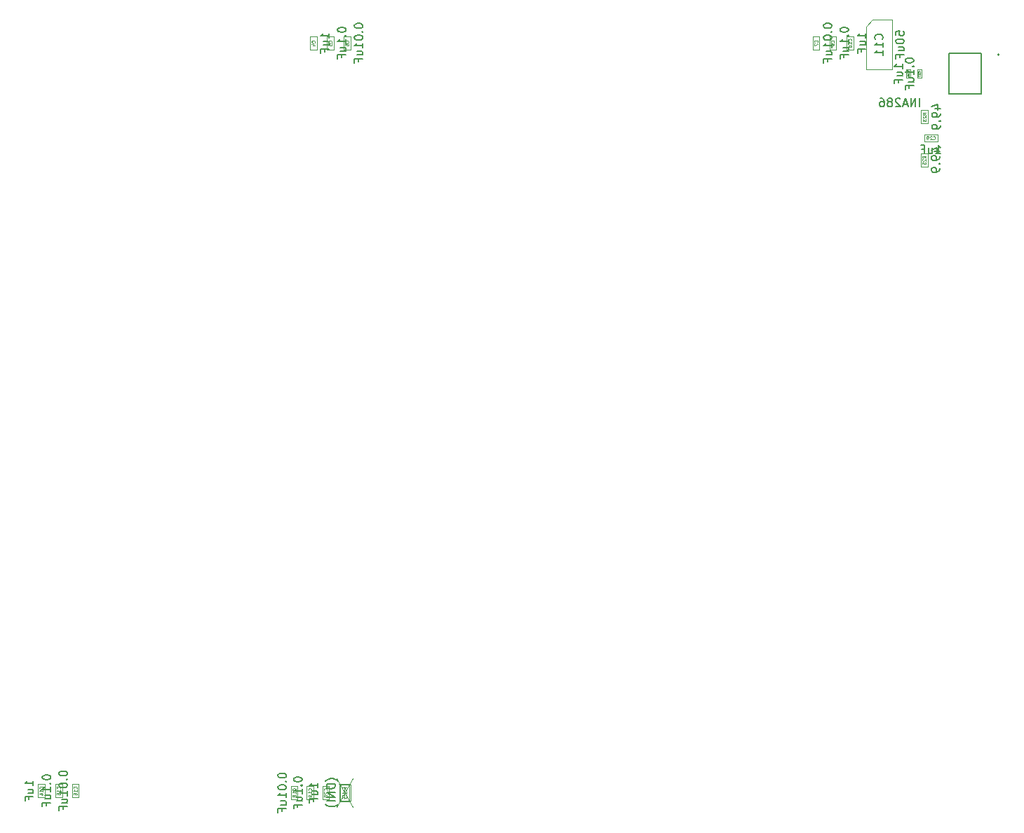
<source format=gbr>
%TF.GenerationSoftware,KiCad,Pcbnew,9.0.3*%
%TF.CreationDate,2025-09-16T14:49:37-04:00*%
%TF.ProjectId,9_TOF_PDU,395f544f-465f-4504-9455-2e6b69636164,rev?*%
%TF.SameCoordinates,Original*%
%TF.FileFunction,AssemblyDrawing,Bot*%
%FSLAX46Y46*%
G04 Gerber Fmt 4.6, Leading zero omitted, Abs format (unit mm)*
G04 Created by KiCad (PCBNEW 9.0.3) date 2025-09-16 14:49:37*
%MOMM*%
%LPD*%
G01*
G04 APERTURE LIST*
%ADD10C,0.150000*%
%ADD11C,0.060000*%
%ADD12C,0.040000*%
%ADD13C,0.080000*%
%ADD14C,0.100000*%
%ADD15C,0.127000*%
%ADD16C,0.200000*%
G04 APERTURE END LIST*
D10*
X158232819Y-184830643D02*
X158232819Y-184925881D01*
X158232819Y-184925881D02*
X158280438Y-185021119D01*
X158280438Y-185021119D02*
X158328057Y-185068738D01*
X158328057Y-185068738D02*
X158423295Y-185116357D01*
X158423295Y-185116357D02*
X158613771Y-185163976D01*
X158613771Y-185163976D02*
X158851866Y-185163976D01*
X158851866Y-185163976D02*
X159042342Y-185116357D01*
X159042342Y-185116357D02*
X159137580Y-185068738D01*
X159137580Y-185068738D02*
X159185200Y-185021119D01*
X159185200Y-185021119D02*
X159232819Y-184925881D01*
X159232819Y-184925881D02*
X159232819Y-184830643D01*
X159232819Y-184830643D02*
X159185200Y-184735405D01*
X159185200Y-184735405D02*
X159137580Y-184687786D01*
X159137580Y-184687786D02*
X159042342Y-184640167D01*
X159042342Y-184640167D02*
X158851866Y-184592548D01*
X158851866Y-184592548D02*
X158613771Y-184592548D01*
X158613771Y-184592548D02*
X158423295Y-184640167D01*
X158423295Y-184640167D02*
X158328057Y-184687786D01*
X158328057Y-184687786D02*
X158280438Y-184735405D01*
X158280438Y-184735405D02*
X158232819Y-184830643D01*
X159137580Y-185592548D02*
X159185200Y-185640167D01*
X159185200Y-185640167D02*
X159232819Y-185592548D01*
X159232819Y-185592548D02*
X159185200Y-185544929D01*
X159185200Y-185544929D02*
X159137580Y-185592548D01*
X159137580Y-185592548D02*
X159232819Y-185592548D01*
X159232819Y-186592547D02*
X159232819Y-186021119D01*
X159232819Y-186306833D02*
X158232819Y-186306833D01*
X158232819Y-186306833D02*
X158375676Y-186211595D01*
X158375676Y-186211595D02*
X158470914Y-186116357D01*
X158470914Y-186116357D02*
X158518533Y-186021119D01*
X158566152Y-187449690D02*
X159232819Y-187449690D01*
X158566152Y-187021119D02*
X159089961Y-187021119D01*
X159089961Y-187021119D02*
X159185200Y-187068738D01*
X159185200Y-187068738D02*
X159232819Y-187163976D01*
X159232819Y-187163976D02*
X159232819Y-187306833D01*
X159232819Y-187306833D02*
X159185200Y-187402071D01*
X159185200Y-187402071D02*
X159137580Y-187449690D01*
X158709009Y-188259214D02*
X158709009Y-187925881D01*
X159232819Y-187925881D02*
X158232819Y-187925881D01*
X158232819Y-187925881D02*
X158232819Y-188402071D01*
D11*
X160351832Y-186216357D02*
X160370880Y-186197309D01*
X160370880Y-186197309D02*
X160389927Y-186140167D01*
X160389927Y-186140167D02*
X160389927Y-186102071D01*
X160389927Y-186102071D02*
X160370880Y-186044928D01*
X160370880Y-186044928D02*
X160332784Y-186006833D01*
X160332784Y-186006833D02*
X160294689Y-185987786D01*
X160294689Y-185987786D02*
X160218499Y-185968738D01*
X160218499Y-185968738D02*
X160161356Y-185968738D01*
X160161356Y-185968738D02*
X160085165Y-185987786D01*
X160085165Y-185987786D02*
X160047070Y-186006833D01*
X160047070Y-186006833D02*
X160008975Y-186044928D01*
X160008975Y-186044928D02*
X159989927Y-186102071D01*
X159989927Y-186102071D02*
X159989927Y-186140167D01*
X159989927Y-186140167D02*
X160008975Y-186197309D01*
X160008975Y-186197309D02*
X160028022Y-186216357D01*
X160389927Y-186597309D02*
X160389927Y-186368738D01*
X160389927Y-186483024D02*
X159989927Y-186483024D01*
X159989927Y-186483024D02*
X160047070Y-186444928D01*
X160047070Y-186444928D02*
X160085165Y-186406833D01*
X160085165Y-186406833D02*
X160104213Y-186368738D01*
X159989927Y-186959214D02*
X159989927Y-186768738D01*
X159989927Y-186768738D02*
X160180403Y-186749690D01*
X160180403Y-186749690D02*
X160161356Y-186768738D01*
X160161356Y-186768738D02*
X160142308Y-186806833D01*
X160142308Y-186806833D02*
X160142308Y-186902071D01*
X160142308Y-186902071D02*
X160161356Y-186940166D01*
X160161356Y-186940166D02*
X160180403Y-186959214D01*
X160180403Y-186959214D02*
X160218499Y-186978261D01*
X160218499Y-186978261D02*
X160313737Y-186978261D01*
X160313737Y-186978261D02*
X160351832Y-186959214D01*
X160351832Y-186959214D02*
X160370880Y-186940166D01*
X160370880Y-186940166D02*
X160389927Y-186902071D01*
X160389927Y-186902071D02*
X160389927Y-186806833D01*
X160389927Y-186806833D02*
X160370880Y-186768738D01*
X160370880Y-186768738D02*
X160351832Y-186749690D01*
D10*
X192832319Y-95524761D02*
X192832319Y-94953333D01*
X192832319Y-95239047D02*
X191832319Y-95239047D01*
X191832319Y-95239047D02*
X191975176Y-95143809D01*
X191975176Y-95143809D02*
X192070414Y-95048571D01*
X192070414Y-95048571D02*
X192118033Y-94953333D01*
X192165652Y-96381904D02*
X192832319Y-96381904D01*
X192165652Y-95953333D02*
X192689461Y-95953333D01*
X192689461Y-95953333D02*
X192784700Y-96000952D01*
X192784700Y-96000952D02*
X192832319Y-96096190D01*
X192832319Y-96096190D02*
X192832319Y-96239047D01*
X192832319Y-96239047D02*
X192784700Y-96334285D01*
X192784700Y-96334285D02*
X192737080Y-96381904D01*
X192308509Y-97191428D02*
X192308509Y-96858095D01*
X192832319Y-96858095D02*
X191832319Y-96858095D01*
X191832319Y-96858095D02*
X191832319Y-97334285D01*
D11*
X191091332Y-96053333D02*
X191110380Y-96034285D01*
X191110380Y-96034285D02*
X191129427Y-95977143D01*
X191129427Y-95977143D02*
X191129427Y-95939047D01*
X191129427Y-95939047D02*
X191110380Y-95881904D01*
X191110380Y-95881904D02*
X191072284Y-95843809D01*
X191072284Y-95843809D02*
X191034189Y-95824762D01*
X191034189Y-95824762D02*
X190957999Y-95805714D01*
X190957999Y-95805714D02*
X190900856Y-95805714D01*
X190900856Y-95805714D02*
X190824665Y-95824762D01*
X190824665Y-95824762D02*
X190786570Y-95843809D01*
X190786570Y-95843809D02*
X190748475Y-95881904D01*
X190748475Y-95881904D02*
X190729427Y-95939047D01*
X190729427Y-95939047D02*
X190729427Y-95977143D01*
X190729427Y-95977143D02*
X190748475Y-96034285D01*
X190748475Y-96034285D02*
X190767522Y-96053333D01*
X190862760Y-96396190D02*
X191129427Y-96396190D01*
X190710380Y-96300952D02*
X190996094Y-96205714D01*
X190996094Y-96205714D02*
X190996094Y-96453333D01*
D10*
X265896152Y-109258500D02*
X266562819Y-109258500D01*
X265515200Y-109020405D02*
X266229485Y-108782310D01*
X266229485Y-108782310D02*
X266229485Y-109401357D01*
X266562819Y-109829929D02*
X266562819Y-110020405D01*
X266562819Y-110020405D02*
X266515200Y-110115643D01*
X266515200Y-110115643D02*
X266467580Y-110163262D01*
X266467580Y-110163262D02*
X266324723Y-110258500D01*
X266324723Y-110258500D02*
X266134247Y-110306119D01*
X266134247Y-110306119D02*
X265753295Y-110306119D01*
X265753295Y-110306119D02*
X265658057Y-110258500D01*
X265658057Y-110258500D02*
X265610438Y-110210881D01*
X265610438Y-110210881D02*
X265562819Y-110115643D01*
X265562819Y-110115643D02*
X265562819Y-109925167D01*
X265562819Y-109925167D02*
X265610438Y-109829929D01*
X265610438Y-109829929D02*
X265658057Y-109782310D01*
X265658057Y-109782310D02*
X265753295Y-109734691D01*
X265753295Y-109734691D02*
X265991390Y-109734691D01*
X265991390Y-109734691D02*
X266086628Y-109782310D01*
X266086628Y-109782310D02*
X266134247Y-109829929D01*
X266134247Y-109829929D02*
X266181866Y-109925167D01*
X266181866Y-109925167D02*
X266181866Y-110115643D01*
X266181866Y-110115643D02*
X266134247Y-110210881D01*
X266134247Y-110210881D02*
X266086628Y-110258500D01*
X266086628Y-110258500D02*
X265991390Y-110306119D01*
X266467580Y-110734691D02*
X266515200Y-110782310D01*
X266515200Y-110782310D02*
X266562819Y-110734691D01*
X266562819Y-110734691D02*
X266515200Y-110687072D01*
X266515200Y-110687072D02*
X266467580Y-110734691D01*
X266467580Y-110734691D02*
X266562819Y-110734691D01*
X266562819Y-111258500D02*
X266562819Y-111448976D01*
X266562819Y-111448976D02*
X266515200Y-111544214D01*
X266515200Y-111544214D02*
X266467580Y-111591833D01*
X266467580Y-111591833D02*
X266324723Y-111687071D01*
X266324723Y-111687071D02*
X266134247Y-111734690D01*
X266134247Y-111734690D02*
X265753295Y-111734690D01*
X265753295Y-111734690D02*
X265658057Y-111687071D01*
X265658057Y-111687071D02*
X265610438Y-111639452D01*
X265610438Y-111639452D02*
X265562819Y-111544214D01*
X265562819Y-111544214D02*
X265562819Y-111353738D01*
X265562819Y-111353738D02*
X265610438Y-111258500D01*
X265610438Y-111258500D02*
X265658057Y-111210881D01*
X265658057Y-111210881D02*
X265753295Y-111163262D01*
X265753295Y-111163262D02*
X265991390Y-111163262D01*
X265991390Y-111163262D02*
X266086628Y-111210881D01*
X266086628Y-111210881D02*
X266134247Y-111258500D01*
X266134247Y-111258500D02*
X266181866Y-111353738D01*
X266181866Y-111353738D02*
X266181866Y-111544214D01*
X266181866Y-111544214D02*
X266134247Y-111639452D01*
X266134247Y-111639452D02*
X266086628Y-111687071D01*
X266086628Y-111687071D02*
X265991390Y-111734690D01*
D11*
X264859927Y-110001357D02*
X264669451Y-109868024D01*
X264859927Y-109772786D02*
X264459927Y-109772786D01*
X264459927Y-109772786D02*
X264459927Y-109925167D01*
X264459927Y-109925167D02*
X264478975Y-109963262D01*
X264478975Y-109963262D02*
X264498022Y-109982309D01*
X264498022Y-109982309D02*
X264536118Y-110001357D01*
X264536118Y-110001357D02*
X264593260Y-110001357D01*
X264593260Y-110001357D02*
X264631356Y-109982309D01*
X264631356Y-109982309D02*
X264650403Y-109963262D01*
X264650403Y-109963262D02*
X264669451Y-109925167D01*
X264669451Y-109925167D02*
X264669451Y-109772786D01*
X264498022Y-110153738D02*
X264478975Y-110172786D01*
X264478975Y-110172786D02*
X264459927Y-110210881D01*
X264459927Y-110210881D02*
X264459927Y-110306119D01*
X264459927Y-110306119D02*
X264478975Y-110344214D01*
X264478975Y-110344214D02*
X264498022Y-110363262D01*
X264498022Y-110363262D02*
X264536118Y-110382309D01*
X264536118Y-110382309D02*
X264574213Y-110382309D01*
X264574213Y-110382309D02*
X264631356Y-110363262D01*
X264631356Y-110363262D02*
X264859927Y-110134690D01*
X264859927Y-110134690D02*
X264859927Y-110382309D01*
X264459927Y-110744214D02*
X264459927Y-110553738D01*
X264459927Y-110553738D02*
X264650403Y-110534690D01*
X264650403Y-110534690D02*
X264631356Y-110553738D01*
X264631356Y-110553738D02*
X264612308Y-110591833D01*
X264612308Y-110591833D02*
X264612308Y-110687071D01*
X264612308Y-110687071D02*
X264631356Y-110725166D01*
X264631356Y-110725166D02*
X264650403Y-110744214D01*
X264650403Y-110744214D02*
X264688499Y-110763261D01*
X264688499Y-110763261D02*
X264783737Y-110763261D01*
X264783737Y-110763261D02*
X264821832Y-110744214D01*
X264821832Y-110744214D02*
X264840880Y-110725166D01*
X264840880Y-110725166D02*
X264859927Y-110687071D01*
X264859927Y-110687071D02*
X264859927Y-110591833D01*
X264859927Y-110591833D02*
X264840880Y-110553738D01*
X264840880Y-110553738D02*
X264821832Y-110534690D01*
D10*
X265946152Y-104058500D02*
X266612819Y-104058500D01*
X265565200Y-103820405D02*
X266279485Y-103582310D01*
X266279485Y-103582310D02*
X266279485Y-104201357D01*
X266612819Y-104629929D02*
X266612819Y-104820405D01*
X266612819Y-104820405D02*
X266565200Y-104915643D01*
X266565200Y-104915643D02*
X266517580Y-104963262D01*
X266517580Y-104963262D02*
X266374723Y-105058500D01*
X266374723Y-105058500D02*
X266184247Y-105106119D01*
X266184247Y-105106119D02*
X265803295Y-105106119D01*
X265803295Y-105106119D02*
X265708057Y-105058500D01*
X265708057Y-105058500D02*
X265660438Y-105010881D01*
X265660438Y-105010881D02*
X265612819Y-104915643D01*
X265612819Y-104915643D02*
X265612819Y-104725167D01*
X265612819Y-104725167D02*
X265660438Y-104629929D01*
X265660438Y-104629929D02*
X265708057Y-104582310D01*
X265708057Y-104582310D02*
X265803295Y-104534691D01*
X265803295Y-104534691D02*
X266041390Y-104534691D01*
X266041390Y-104534691D02*
X266136628Y-104582310D01*
X266136628Y-104582310D02*
X266184247Y-104629929D01*
X266184247Y-104629929D02*
X266231866Y-104725167D01*
X266231866Y-104725167D02*
X266231866Y-104915643D01*
X266231866Y-104915643D02*
X266184247Y-105010881D01*
X266184247Y-105010881D02*
X266136628Y-105058500D01*
X266136628Y-105058500D02*
X266041390Y-105106119D01*
X266517580Y-105534691D02*
X266565200Y-105582310D01*
X266565200Y-105582310D02*
X266612819Y-105534691D01*
X266612819Y-105534691D02*
X266565200Y-105487072D01*
X266565200Y-105487072D02*
X266517580Y-105534691D01*
X266517580Y-105534691D02*
X266612819Y-105534691D01*
X266612819Y-106058500D02*
X266612819Y-106248976D01*
X266612819Y-106248976D02*
X266565200Y-106344214D01*
X266565200Y-106344214D02*
X266517580Y-106391833D01*
X266517580Y-106391833D02*
X266374723Y-106487071D01*
X266374723Y-106487071D02*
X266184247Y-106534690D01*
X266184247Y-106534690D02*
X265803295Y-106534690D01*
X265803295Y-106534690D02*
X265708057Y-106487071D01*
X265708057Y-106487071D02*
X265660438Y-106439452D01*
X265660438Y-106439452D02*
X265612819Y-106344214D01*
X265612819Y-106344214D02*
X265612819Y-106153738D01*
X265612819Y-106153738D02*
X265660438Y-106058500D01*
X265660438Y-106058500D02*
X265708057Y-106010881D01*
X265708057Y-106010881D02*
X265803295Y-105963262D01*
X265803295Y-105963262D02*
X266041390Y-105963262D01*
X266041390Y-105963262D02*
X266136628Y-106010881D01*
X266136628Y-106010881D02*
X266184247Y-106058500D01*
X266184247Y-106058500D02*
X266231866Y-106153738D01*
X266231866Y-106153738D02*
X266231866Y-106344214D01*
X266231866Y-106344214D02*
X266184247Y-106439452D01*
X266184247Y-106439452D02*
X266136628Y-106487071D01*
X266136628Y-106487071D02*
X266041390Y-106534690D01*
D11*
X264909927Y-104801357D02*
X264719451Y-104668024D01*
X264909927Y-104572786D02*
X264509927Y-104572786D01*
X264509927Y-104572786D02*
X264509927Y-104725167D01*
X264509927Y-104725167D02*
X264528975Y-104763262D01*
X264528975Y-104763262D02*
X264548022Y-104782309D01*
X264548022Y-104782309D02*
X264586118Y-104801357D01*
X264586118Y-104801357D02*
X264643260Y-104801357D01*
X264643260Y-104801357D02*
X264681356Y-104782309D01*
X264681356Y-104782309D02*
X264700403Y-104763262D01*
X264700403Y-104763262D02*
X264719451Y-104725167D01*
X264719451Y-104725167D02*
X264719451Y-104572786D01*
X264548022Y-104953738D02*
X264528975Y-104972786D01*
X264528975Y-104972786D02*
X264509927Y-105010881D01*
X264509927Y-105010881D02*
X264509927Y-105106119D01*
X264509927Y-105106119D02*
X264528975Y-105144214D01*
X264528975Y-105144214D02*
X264548022Y-105163262D01*
X264548022Y-105163262D02*
X264586118Y-105182309D01*
X264586118Y-105182309D02*
X264624213Y-105182309D01*
X264624213Y-105182309D02*
X264681356Y-105163262D01*
X264681356Y-105163262D02*
X264909927Y-104934690D01*
X264909927Y-104934690D02*
X264909927Y-105182309D01*
X264509927Y-105315642D02*
X264509927Y-105563261D01*
X264509927Y-105563261D02*
X264662308Y-105429928D01*
X264662308Y-105429928D02*
X264662308Y-105487071D01*
X264662308Y-105487071D02*
X264681356Y-105525166D01*
X264681356Y-105525166D02*
X264700403Y-105544214D01*
X264700403Y-105544214D02*
X264738499Y-105563261D01*
X264738499Y-105563261D02*
X264833737Y-105563261D01*
X264833737Y-105563261D02*
X264871832Y-105544214D01*
X264871832Y-105544214D02*
X264890880Y-105525166D01*
X264890880Y-105525166D02*
X264909927Y-105487071D01*
X264909927Y-105487071D02*
X264909927Y-105372785D01*
X264909927Y-105372785D02*
X264890880Y-105334690D01*
X264890880Y-105334690D02*
X264871832Y-105315642D01*
D10*
X266073238Y-109493319D02*
X266644666Y-109493319D01*
X266358952Y-109493319D02*
X266358952Y-108493319D01*
X266358952Y-108493319D02*
X266454190Y-108636176D01*
X266454190Y-108636176D02*
X266549428Y-108731414D01*
X266549428Y-108731414D02*
X266644666Y-108779033D01*
X265216095Y-108826652D02*
X265216095Y-109493319D01*
X265644666Y-108826652D02*
X265644666Y-109350461D01*
X265644666Y-109350461D02*
X265597047Y-109445700D01*
X265597047Y-109445700D02*
X265501809Y-109493319D01*
X265501809Y-109493319D02*
X265358952Y-109493319D01*
X265358952Y-109493319D02*
X265263714Y-109445700D01*
X265263714Y-109445700D02*
X265216095Y-109398080D01*
X264406571Y-108969509D02*
X264739904Y-108969509D01*
X264739904Y-109493319D02*
X264739904Y-108493319D01*
X264739904Y-108493319D02*
X264263714Y-108493319D01*
D11*
X265735142Y-107752332D02*
X265754190Y-107771380D01*
X265754190Y-107771380D02*
X265811332Y-107790427D01*
X265811332Y-107790427D02*
X265849428Y-107790427D01*
X265849428Y-107790427D02*
X265906571Y-107771380D01*
X265906571Y-107771380D02*
X265944666Y-107733284D01*
X265944666Y-107733284D02*
X265963713Y-107695189D01*
X265963713Y-107695189D02*
X265982761Y-107618999D01*
X265982761Y-107618999D02*
X265982761Y-107561856D01*
X265982761Y-107561856D02*
X265963713Y-107485665D01*
X265963713Y-107485665D02*
X265944666Y-107447570D01*
X265944666Y-107447570D02*
X265906571Y-107409475D01*
X265906571Y-107409475D02*
X265849428Y-107390427D01*
X265849428Y-107390427D02*
X265811332Y-107390427D01*
X265811332Y-107390427D02*
X265754190Y-107409475D01*
X265754190Y-107409475D02*
X265735142Y-107428522D01*
X265582761Y-107428522D02*
X265563713Y-107409475D01*
X265563713Y-107409475D02*
X265525618Y-107390427D01*
X265525618Y-107390427D02*
X265430380Y-107390427D01*
X265430380Y-107390427D02*
X265392285Y-107409475D01*
X265392285Y-107409475D02*
X265373237Y-107428522D01*
X265373237Y-107428522D02*
X265354190Y-107466618D01*
X265354190Y-107466618D02*
X265354190Y-107504713D01*
X265354190Y-107504713D02*
X265373237Y-107561856D01*
X265373237Y-107561856D02*
X265601809Y-107790427D01*
X265601809Y-107790427D02*
X265354190Y-107790427D01*
X265163714Y-107790427D02*
X265087523Y-107790427D01*
X265087523Y-107790427D02*
X265049428Y-107771380D01*
X265049428Y-107771380D02*
X265030380Y-107752332D01*
X265030380Y-107752332D02*
X264992285Y-107695189D01*
X264992285Y-107695189D02*
X264973238Y-107618999D01*
X264973238Y-107618999D02*
X264973238Y-107466618D01*
X264973238Y-107466618D02*
X264992285Y-107428522D01*
X264992285Y-107428522D02*
X265011333Y-107409475D01*
X265011333Y-107409475D02*
X265049428Y-107390427D01*
X265049428Y-107390427D02*
X265125619Y-107390427D01*
X265125619Y-107390427D02*
X265163714Y-107409475D01*
X265163714Y-107409475D02*
X265182761Y-107428522D01*
X265182761Y-107428522D02*
X265201809Y-107466618D01*
X265201809Y-107466618D02*
X265201809Y-107561856D01*
X265201809Y-107561856D02*
X265182761Y-107599951D01*
X265182761Y-107599951D02*
X265163714Y-107618999D01*
X265163714Y-107618999D02*
X265125619Y-107638046D01*
X265125619Y-107638046D02*
X265049428Y-107638046D01*
X265049428Y-107638046D02*
X265011333Y-107618999D01*
X265011333Y-107618999D02*
X264992285Y-107599951D01*
X264992285Y-107599951D02*
X264973238Y-107561856D01*
D10*
X262052819Y-99223261D02*
X262052819Y-98651833D01*
X262052819Y-98937547D02*
X261052819Y-98937547D01*
X261052819Y-98937547D02*
X261195676Y-98842309D01*
X261195676Y-98842309D02*
X261290914Y-98747071D01*
X261290914Y-98747071D02*
X261338533Y-98651833D01*
X261386152Y-100080404D02*
X262052819Y-100080404D01*
X261386152Y-99651833D02*
X261909961Y-99651833D01*
X261909961Y-99651833D02*
X262005200Y-99699452D01*
X262005200Y-99699452D02*
X262052819Y-99794690D01*
X262052819Y-99794690D02*
X262052819Y-99937547D01*
X262052819Y-99937547D02*
X262005200Y-100032785D01*
X262005200Y-100032785D02*
X261957580Y-100080404D01*
X261529009Y-100889928D02*
X261529009Y-100556595D01*
X262052819Y-100556595D02*
X261052819Y-100556595D01*
X261052819Y-100556595D02*
X261052819Y-101032785D01*
D12*
X262847765Y-99657785D02*
X262859670Y-99645881D01*
X262859670Y-99645881D02*
X262871574Y-99610166D01*
X262871574Y-99610166D02*
X262871574Y-99586357D01*
X262871574Y-99586357D02*
X262859670Y-99550643D01*
X262859670Y-99550643D02*
X262835860Y-99526833D01*
X262835860Y-99526833D02*
X262812050Y-99514928D01*
X262812050Y-99514928D02*
X262764431Y-99503024D01*
X262764431Y-99503024D02*
X262728717Y-99503024D01*
X262728717Y-99503024D02*
X262681098Y-99514928D01*
X262681098Y-99514928D02*
X262657289Y-99526833D01*
X262657289Y-99526833D02*
X262633479Y-99550643D01*
X262633479Y-99550643D02*
X262621574Y-99586357D01*
X262621574Y-99586357D02*
X262621574Y-99610166D01*
X262621574Y-99610166D02*
X262633479Y-99645881D01*
X262633479Y-99645881D02*
X262645384Y-99657785D01*
X262645384Y-99753024D02*
X262633479Y-99764928D01*
X262633479Y-99764928D02*
X262621574Y-99788738D01*
X262621574Y-99788738D02*
X262621574Y-99848262D01*
X262621574Y-99848262D02*
X262633479Y-99872071D01*
X262633479Y-99872071D02*
X262645384Y-99883976D01*
X262645384Y-99883976D02*
X262669193Y-99895881D01*
X262669193Y-99895881D02*
X262693003Y-99895881D01*
X262693003Y-99895881D02*
X262728717Y-99883976D01*
X262728717Y-99883976D02*
X262871574Y-99741119D01*
X262871574Y-99741119D02*
X262871574Y-99895881D01*
X262621574Y-100110166D02*
X262621574Y-100062547D01*
X262621574Y-100062547D02*
X262633479Y-100038738D01*
X262633479Y-100038738D02*
X262645384Y-100026833D01*
X262645384Y-100026833D02*
X262681098Y-100003023D01*
X262681098Y-100003023D02*
X262728717Y-99991119D01*
X262728717Y-99991119D02*
X262823955Y-99991119D01*
X262823955Y-99991119D02*
X262847765Y-100003023D01*
X262847765Y-100003023D02*
X262859670Y-100014928D01*
X262859670Y-100014928D02*
X262871574Y-100038738D01*
X262871574Y-100038738D02*
X262871574Y-100086357D01*
X262871574Y-100086357D02*
X262859670Y-100110166D01*
X262859670Y-100110166D02*
X262847765Y-100122071D01*
X262847765Y-100122071D02*
X262823955Y-100133976D01*
X262823955Y-100133976D02*
X262764431Y-100133976D01*
X262764431Y-100133976D02*
X262740622Y-100122071D01*
X262740622Y-100122071D02*
X262728717Y-100110166D01*
X262728717Y-100110166D02*
X262716812Y-100086357D01*
X262716812Y-100086357D02*
X262716812Y-100038738D01*
X262716812Y-100038738D02*
X262728717Y-100014928D01*
X262728717Y-100014928D02*
X262740622Y-100003023D01*
X262740622Y-100003023D02*
X262764431Y-99991119D01*
D10*
X188562819Y-185075643D02*
X188562819Y-185170881D01*
X188562819Y-185170881D02*
X188610438Y-185266119D01*
X188610438Y-185266119D02*
X188658057Y-185313738D01*
X188658057Y-185313738D02*
X188753295Y-185361357D01*
X188753295Y-185361357D02*
X188943771Y-185408976D01*
X188943771Y-185408976D02*
X189181866Y-185408976D01*
X189181866Y-185408976D02*
X189372342Y-185361357D01*
X189372342Y-185361357D02*
X189467580Y-185313738D01*
X189467580Y-185313738D02*
X189515200Y-185266119D01*
X189515200Y-185266119D02*
X189562819Y-185170881D01*
X189562819Y-185170881D02*
X189562819Y-185075643D01*
X189562819Y-185075643D02*
X189515200Y-184980405D01*
X189515200Y-184980405D02*
X189467580Y-184932786D01*
X189467580Y-184932786D02*
X189372342Y-184885167D01*
X189372342Y-184885167D02*
X189181866Y-184837548D01*
X189181866Y-184837548D02*
X188943771Y-184837548D01*
X188943771Y-184837548D02*
X188753295Y-184885167D01*
X188753295Y-184885167D02*
X188658057Y-184932786D01*
X188658057Y-184932786D02*
X188610438Y-184980405D01*
X188610438Y-184980405D02*
X188562819Y-185075643D01*
X189467580Y-185837548D02*
X189515200Y-185885167D01*
X189515200Y-185885167D02*
X189562819Y-185837548D01*
X189562819Y-185837548D02*
X189515200Y-185789929D01*
X189515200Y-185789929D02*
X189467580Y-185837548D01*
X189467580Y-185837548D02*
X189562819Y-185837548D01*
X189562819Y-186837547D02*
X189562819Y-186266119D01*
X189562819Y-186551833D02*
X188562819Y-186551833D01*
X188562819Y-186551833D02*
X188705676Y-186456595D01*
X188705676Y-186456595D02*
X188800914Y-186361357D01*
X188800914Y-186361357D02*
X188848533Y-186266119D01*
X188896152Y-187694690D02*
X189562819Y-187694690D01*
X188896152Y-187266119D02*
X189419961Y-187266119D01*
X189419961Y-187266119D02*
X189515200Y-187313738D01*
X189515200Y-187313738D02*
X189562819Y-187408976D01*
X189562819Y-187408976D02*
X189562819Y-187551833D01*
X189562819Y-187551833D02*
X189515200Y-187647071D01*
X189515200Y-187647071D02*
X189467580Y-187694690D01*
X189039009Y-188504214D02*
X189039009Y-188170881D01*
X189562819Y-188170881D02*
X188562819Y-188170881D01*
X188562819Y-188170881D02*
X188562819Y-188647071D01*
D11*
X190681832Y-186461357D02*
X190700880Y-186442309D01*
X190700880Y-186442309D02*
X190719927Y-186385167D01*
X190719927Y-186385167D02*
X190719927Y-186347071D01*
X190719927Y-186347071D02*
X190700880Y-186289928D01*
X190700880Y-186289928D02*
X190662784Y-186251833D01*
X190662784Y-186251833D02*
X190624689Y-186232786D01*
X190624689Y-186232786D02*
X190548499Y-186213738D01*
X190548499Y-186213738D02*
X190491356Y-186213738D01*
X190491356Y-186213738D02*
X190415165Y-186232786D01*
X190415165Y-186232786D02*
X190377070Y-186251833D01*
X190377070Y-186251833D02*
X190338975Y-186289928D01*
X190338975Y-186289928D02*
X190319927Y-186347071D01*
X190319927Y-186347071D02*
X190319927Y-186385167D01*
X190319927Y-186385167D02*
X190338975Y-186442309D01*
X190338975Y-186442309D02*
X190358022Y-186461357D01*
X190719927Y-186842309D02*
X190719927Y-186613738D01*
X190719927Y-186728024D02*
X190319927Y-186728024D01*
X190319927Y-186728024D02*
X190377070Y-186689928D01*
X190377070Y-186689928D02*
X190415165Y-186651833D01*
X190415165Y-186651833D02*
X190434213Y-186613738D01*
X190719927Y-187032785D02*
X190719927Y-187108976D01*
X190719927Y-187108976D02*
X190700880Y-187147071D01*
X190700880Y-187147071D02*
X190681832Y-187166119D01*
X190681832Y-187166119D02*
X190624689Y-187204214D01*
X190624689Y-187204214D02*
X190548499Y-187223261D01*
X190548499Y-187223261D02*
X190396118Y-187223261D01*
X190396118Y-187223261D02*
X190358022Y-187204214D01*
X190358022Y-187204214D02*
X190338975Y-187185166D01*
X190338975Y-187185166D02*
X190319927Y-187147071D01*
X190319927Y-187147071D02*
X190319927Y-187070880D01*
X190319927Y-187070880D02*
X190338975Y-187032785D01*
X190338975Y-187032785D02*
X190358022Y-187013738D01*
X190358022Y-187013738D02*
X190396118Y-186994690D01*
X190396118Y-186994690D02*
X190491356Y-186994690D01*
X190491356Y-186994690D02*
X190529451Y-187013738D01*
X190529451Y-187013738D02*
X190548499Y-187032785D01*
X190548499Y-187032785D02*
X190567546Y-187070880D01*
X190567546Y-187070880D02*
X190567546Y-187147071D01*
X190567546Y-187147071D02*
X190548499Y-187185166D01*
X190548499Y-187185166D02*
X190529451Y-187204214D01*
X190529451Y-187204214D02*
X190491356Y-187223261D01*
D10*
X257622819Y-95523261D02*
X257622819Y-94951833D01*
X257622819Y-95237547D02*
X256622819Y-95237547D01*
X256622819Y-95237547D02*
X256765676Y-95142309D01*
X256765676Y-95142309D02*
X256860914Y-95047071D01*
X256860914Y-95047071D02*
X256908533Y-94951833D01*
X256956152Y-96380404D02*
X257622819Y-96380404D01*
X256956152Y-95951833D02*
X257479961Y-95951833D01*
X257479961Y-95951833D02*
X257575200Y-95999452D01*
X257575200Y-95999452D02*
X257622819Y-96094690D01*
X257622819Y-96094690D02*
X257622819Y-96237547D01*
X257622819Y-96237547D02*
X257575200Y-96332785D01*
X257575200Y-96332785D02*
X257527580Y-96380404D01*
X257099009Y-97189928D02*
X257099009Y-96856595D01*
X257622819Y-96856595D02*
X256622819Y-96856595D01*
X256622819Y-96856595D02*
X256622819Y-97332785D01*
D11*
X255881832Y-95861357D02*
X255900880Y-95842309D01*
X255900880Y-95842309D02*
X255919927Y-95785167D01*
X255919927Y-95785167D02*
X255919927Y-95747071D01*
X255919927Y-95747071D02*
X255900880Y-95689928D01*
X255900880Y-95689928D02*
X255862784Y-95651833D01*
X255862784Y-95651833D02*
X255824689Y-95632786D01*
X255824689Y-95632786D02*
X255748499Y-95613738D01*
X255748499Y-95613738D02*
X255691356Y-95613738D01*
X255691356Y-95613738D02*
X255615165Y-95632786D01*
X255615165Y-95632786D02*
X255577070Y-95651833D01*
X255577070Y-95651833D02*
X255538975Y-95689928D01*
X255538975Y-95689928D02*
X255519927Y-95747071D01*
X255519927Y-95747071D02*
X255519927Y-95785167D01*
X255519927Y-95785167D02*
X255538975Y-95842309D01*
X255538975Y-95842309D02*
X255558022Y-95861357D01*
X255919927Y-96242309D02*
X255919927Y-96013738D01*
X255919927Y-96128024D02*
X255519927Y-96128024D01*
X255519927Y-96128024D02*
X255577070Y-96089928D01*
X255577070Y-96089928D02*
X255615165Y-96051833D01*
X255615165Y-96051833D02*
X255634213Y-96013738D01*
X255519927Y-96489928D02*
X255519927Y-96528023D01*
X255519927Y-96528023D02*
X255538975Y-96566119D01*
X255538975Y-96566119D02*
X255558022Y-96585166D01*
X255558022Y-96585166D02*
X255596118Y-96604214D01*
X255596118Y-96604214D02*
X255672308Y-96623261D01*
X255672308Y-96623261D02*
X255767546Y-96623261D01*
X255767546Y-96623261D02*
X255843737Y-96604214D01*
X255843737Y-96604214D02*
X255881832Y-96585166D01*
X255881832Y-96585166D02*
X255900880Y-96566119D01*
X255900880Y-96566119D02*
X255919927Y-96528023D01*
X255919927Y-96528023D02*
X255919927Y-96489928D01*
X255919927Y-96489928D02*
X255900880Y-96451833D01*
X255900880Y-96451833D02*
X255881832Y-96432785D01*
X255881832Y-96432785D02*
X255843737Y-96413738D01*
X255843737Y-96413738D02*
X255767546Y-96394690D01*
X255767546Y-96394690D02*
X255672308Y-96394690D01*
X255672308Y-96394690D02*
X255596118Y-96413738D01*
X255596118Y-96413738D02*
X255558022Y-96432785D01*
X255558022Y-96432785D02*
X255538975Y-96451833D01*
X255538975Y-96451833D02*
X255519927Y-96489928D01*
D10*
X195896319Y-94000952D02*
X195896319Y-94096190D01*
X195896319Y-94096190D02*
X195943938Y-94191428D01*
X195943938Y-94191428D02*
X195991557Y-94239047D01*
X195991557Y-94239047D02*
X196086795Y-94286666D01*
X196086795Y-94286666D02*
X196277271Y-94334285D01*
X196277271Y-94334285D02*
X196515366Y-94334285D01*
X196515366Y-94334285D02*
X196705842Y-94286666D01*
X196705842Y-94286666D02*
X196801080Y-94239047D01*
X196801080Y-94239047D02*
X196848700Y-94191428D01*
X196848700Y-94191428D02*
X196896319Y-94096190D01*
X196896319Y-94096190D02*
X196896319Y-94000952D01*
X196896319Y-94000952D02*
X196848700Y-93905714D01*
X196848700Y-93905714D02*
X196801080Y-93858095D01*
X196801080Y-93858095D02*
X196705842Y-93810476D01*
X196705842Y-93810476D02*
X196515366Y-93762857D01*
X196515366Y-93762857D02*
X196277271Y-93762857D01*
X196277271Y-93762857D02*
X196086795Y-93810476D01*
X196086795Y-93810476D02*
X195991557Y-93858095D01*
X195991557Y-93858095D02*
X195943938Y-93905714D01*
X195943938Y-93905714D02*
X195896319Y-94000952D01*
X196801080Y-94762857D02*
X196848700Y-94810476D01*
X196848700Y-94810476D02*
X196896319Y-94762857D01*
X196896319Y-94762857D02*
X196848700Y-94715238D01*
X196848700Y-94715238D02*
X196801080Y-94762857D01*
X196801080Y-94762857D02*
X196896319Y-94762857D01*
X195896319Y-95429523D02*
X195896319Y-95524761D01*
X195896319Y-95524761D02*
X195943938Y-95619999D01*
X195943938Y-95619999D02*
X195991557Y-95667618D01*
X195991557Y-95667618D02*
X196086795Y-95715237D01*
X196086795Y-95715237D02*
X196277271Y-95762856D01*
X196277271Y-95762856D02*
X196515366Y-95762856D01*
X196515366Y-95762856D02*
X196705842Y-95715237D01*
X196705842Y-95715237D02*
X196801080Y-95667618D01*
X196801080Y-95667618D02*
X196848700Y-95619999D01*
X196848700Y-95619999D02*
X196896319Y-95524761D01*
X196896319Y-95524761D02*
X196896319Y-95429523D01*
X196896319Y-95429523D02*
X196848700Y-95334285D01*
X196848700Y-95334285D02*
X196801080Y-95286666D01*
X196801080Y-95286666D02*
X196705842Y-95239047D01*
X196705842Y-95239047D02*
X196515366Y-95191428D01*
X196515366Y-95191428D02*
X196277271Y-95191428D01*
X196277271Y-95191428D02*
X196086795Y-95239047D01*
X196086795Y-95239047D02*
X195991557Y-95286666D01*
X195991557Y-95286666D02*
X195943938Y-95334285D01*
X195943938Y-95334285D02*
X195896319Y-95429523D01*
X196896319Y-96715237D02*
X196896319Y-96143809D01*
X196896319Y-96429523D02*
X195896319Y-96429523D01*
X195896319Y-96429523D02*
X196039176Y-96334285D01*
X196039176Y-96334285D02*
X196134414Y-96239047D01*
X196134414Y-96239047D02*
X196182033Y-96143809D01*
X196229652Y-97572380D02*
X196896319Y-97572380D01*
X196229652Y-97143809D02*
X196753461Y-97143809D01*
X196753461Y-97143809D02*
X196848700Y-97191428D01*
X196848700Y-97191428D02*
X196896319Y-97286666D01*
X196896319Y-97286666D02*
X196896319Y-97429523D01*
X196896319Y-97429523D02*
X196848700Y-97524761D01*
X196848700Y-97524761D02*
X196801080Y-97572380D01*
X196372509Y-98381904D02*
X196372509Y-98048571D01*
X196896319Y-98048571D02*
X195896319Y-98048571D01*
X195896319Y-98048571D02*
X195896319Y-98524761D01*
D11*
X195155332Y-96053333D02*
X195174380Y-96034285D01*
X195174380Y-96034285D02*
X195193427Y-95977143D01*
X195193427Y-95977143D02*
X195193427Y-95939047D01*
X195193427Y-95939047D02*
X195174380Y-95881904D01*
X195174380Y-95881904D02*
X195136284Y-95843809D01*
X195136284Y-95843809D02*
X195098189Y-95824762D01*
X195098189Y-95824762D02*
X195021999Y-95805714D01*
X195021999Y-95805714D02*
X194964856Y-95805714D01*
X194964856Y-95805714D02*
X194888665Y-95824762D01*
X194888665Y-95824762D02*
X194850570Y-95843809D01*
X194850570Y-95843809D02*
X194812475Y-95881904D01*
X194812475Y-95881904D02*
X194793427Y-95939047D01*
X194793427Y-95939047D02*
X194793427Y-95977143D01*
X194793427Y-95977143D02*
X194812475Y-96034285D01*
X194812475Y-96034285D02*
X194831522Y-96053333D01*
X194793427Y-96396190D02*
X194793427Y-96320000D01*
X194793427Y-96320000D02*
X194812475Y-96281904D01*
X194812475Y-96281904D02*
X194831522Y-96262857D01*
X194831522Y-96262857D02*
X194888665Y-96224762D01*
X194888665Y-96224762D02*
X194964856Y-96205714D01*
X194964856Y-96205714D02*
X195117237Y-96205714D01*
X195117237Y-96205714D02*
X195155332Y-96224762D01*
X195155332Y-96224762D02*
X195174380Y-96243809D01*
X195174380Y-96243809D02*
X195193427Y-96281904D01*
X195193427Y-96281904D02*
X195193427Y-96358095D01*
X195193427Y-96358095D02*
X195174380Y-96396190D01*
X195174380Y-96396190D02*
X195155332Y-96415238D01*
X195155332Y-96415238D02*
X195117237Y-96434285D01*
X195117237Y-96434285D02*
X195021999Y-96434285D01*
X195021999Y-96434285D02*
X194983903Y-96415238D01*
X194983903Y-96415238D02*
X194964856Y-96396190D01*
X194964856Y-96396190D02*
X194945808Y-96358095D01*
X194945808Y-96358095D02*
X194945808Y-96281904D01*
X194945808Y-96281904D02*
X194964856Y-96243809D01*
X194964856Y-96243809D02*
X194983903Y-96224762D01*
X194983903Y-96224762D02*
X195021999Y-96205714D01*
D10*
X193923771Y-185313738D02*
X193876152Y-185266119D01*
X193876152Y-185266119D02*
X193733295Y-185170881D01*
X193733295Y-185170881D02*
X193638057Y-185123262D01*
X193638057Y-185123262D02*
X193495200Y-185075643D01*
X193495200Y-185075643D02*
X193257104Y-185028024D01*
X193257104Y-185028024D02*
X193066628Y-185028024D01*
X193066628Y-185028024D02*
X192828533Y-185075643D01*
X192828533Y-185075643D02*
X192685676Y-185123262D01*
X192685676Y-185123262D02*
X192590438Y-185170881D01*
X192590438Y-185170881D02*
X192447580Y-185266119D01*
X192447580Y-185266119D02*
X192399961Y-185313738D01*
X193542819Y-185694691D02*
X192542819Y-185694691D01*
X192542819Y-185694691D02*
X192542819Y-185932786D01*
X192542819Y-185932786D02*
X192590438Y-186075643D01*
X192590438Y-186075643D02*
X192685676Y-186170881D01*
X192685676Y-186170881D02*
X192780914Y-186218500D01*
X192780914Y-186218500D02*
X192971390Y-186266119D01*
X192971390Y-186266119D02*
X193114247Y-186266119D01*
X193114247Y-186266119D02*
X193304723Y-186218500D01*
X193304723Y-186218500D02*
X193399961Y-186170881D01*
X193399961Y-186170881D02*
X193495200Y-186075643D01*
X193495200Y-186075643D02*
X193542819Y-185932786D01*
X193542819Y-185932786D02*
X193542819Y-185694691D01*
X193542819Y-186694691D02*
X192542819Y-186694691D01*
X192542819Y-186694691D02*
X193542819Y-187266119D01*
X193542819Y-187266119D02*
X192542819Y-187266119D01*
X193542819Y-187742310D02*
X192542819Y-187742310D01*
X193923771Y-188123262D02*
X193876152Y-188170881D01*
X193876152Y-188170881D02*
X193733295Y-188266119D01*
X193733295Y-188266119D02*
X193638057Y-188313738D01*
X193638057Y-188313738D02*
X193495200Y-188361357D01*
X193495200Y-188361357D02*
X193257104Y-188408976D01*
X193257104Y-188408976D02*
X193066628Y-188408976D01*
X193066628Y-188408976D02*
X192828533Y-188361357D01*
X192828533Y-188361357D02*
X192685676Y-188313738D01*
X192685676Y-188313738D02*
X192590438Y-188266119D01*
X192590438Y-188266119D02*
X192447580Y-188170881D01*
X192447580Y-188170881D02*
X192399961Y-188123262D01*
D13*
X194965149Y-186397071D02*
X194727054Y-186230405D01*
X194965149Y-186111357D02*
X194465149Y-186111357D01*
X194465149Y-186111357D02*
X194465149Y-186301833D01*
X194465149Y-186301833D02*
X194488959Y-186349452D01*
X194488959Y-186349452D02*
X194512768Y-186373262D01*
X194512768Y-186373262D02*
X194560387Y-186397071D01*
X194560387Y-186397071D02*
X194631816Y-186397071D01*
X194631816Y-186397071D02*
X194679435Y-186373262D01*
X194679435Y-186373262D02*
X194703244Y-186349452D01*
X194703244Y-186349452D02*
X194727054Y-186301833D01*
X194727054Y-186301833D02*
X194727054Y-186111357D01*
X194965149Y-186873262D02*
X194965149Y-186587548D01*
X194965149Y-186730405D02*
X194465149Y-186730405D01*
X194465149Y-186730405D02*
X194536578Y-186682786D01*
X194536578Y-186682786D02*
X194584197Y-186635167D01*
X194584197Y-186635167D02*
X194608006Y-186587548D01*
X194465149Y-187039928D02*
X194465149Y-187349452D01*
X194465149Y-187349452D02*
X194655625Y-187182785D01*
X194655625Y-187182785D02*
X194655625Y-187254214D01*
X194655625Y-187254214D02*
X194679435Y-187301833D01*
X194679435Y-187301833D02*
X194703244Y-187325642D01*
X194703244Y-187325642D02*
X194750863Y-187349452D01*
X194750863Y-187349452D02*
X194869911Y-187349452D01*
X194869911Y-187349452D02*
X194917530Y-187325642D01*
X194917530Y-187325642D02*
X194941340Y-187301833D01*
X194941340Y-187301833D02*
X194965149Y-187254214D01*
X194965149Y-187254214D02*
X194965149Y-187111357D01*
X194965149Y-187111357D02*
X194941340Y-187063738D01*
X194941340Y-187063738D02*
X194917530Y-187039928D01*
X194715149Y-187469452D02*
X194715149Y-185991357D01*
D10*
X262392819Y-98175643D02*
X262392819Y-98270881D01*
X262392819Y-98270881D02*
X262440438Y-98366119D01*
X262440438Y-98366119D02*
X262488057Y-98413738D01*
X262488057Y-98413738D02*
X262583295Y-98461357D01*
X262583295Y-98461357D02*
X262773771Y-98508976D01*
X262773771Y-98508976D02*
X263011866Y-98508976D01*
X263011866Y-98508976D02*
X263202342Y-98461357D01*
X263202342Y-98461357D02*
X263297580Y-98413738D01*
X263297580Y-98413738D02*
X263345200Y-98366119D01*
X263345200Y-98366119D02*
X263392819Y-98270881D01*
X263392819Y-98270881D02*
X263392819Y-98175643D01*
X263392819Y-98175643D02*
X263345200Y-98080405D01*
X263345200Y-98080405D02*
X263297580Y-98032786D01*
X263297580Y-98032786D02*
X263202342Y-97985167D01*
X263202342Y-97985167D02*
X263011866Y-97937548D01*
X263011866Y-97937548D02*
X262773771Y-97937548D01*
X262773771Y-97937548D02*
X262583295Y-97985167D01*
X262583295Y-97985167D02*
X262488057Y-98032786D01*
X262488057Y-98032786D02*
X262440438Y-98080405D01*
X262440438Y-98080405D02*
X262392819Y-98175643D01*
X263297580Y-98937548D02*
X263345200Y-98985167D01*
X263345200Y-98985167D02*
X263392819Y-98937548D01*
X263392819Y-98937548D02*
X263345200Y-98889929D01*
X263345200Y-98889929D02*
X263297580Y-98937548D01*
X263297580Y-98937548D02*
X263392819Y-98937548D01*
X263392819Y-99937547D02*
X263392819Y-99366119D01*
X263392819Y-99651833D02*
X262392819Y-99651833D01*
X262392819Y-99651833D02*
X262535676Y-99556595D01*
X262535676Y-99556595D02*
X262630914Y-99461357D01*
X262630914Y-99461357D02*
X262678533Y-99366119D01*
X262726152Y-100794690D02*
X263392819Y-100794690D01*
X262726152Y-100366119D02*
X263249961Y-100366119D01*
X263249961Y-100366119D02*
X263345200Y-100413738D01*
X263345200Y-100413738D02*
X263392819Y-100508976D01*
X263392819Y-100508976D02*
X263392819Y-100651833D01*
X263392819Y-100651833D02*
X263345200Y-100747071D01*
X263345200Y-100747071D02*
X263297580Y-100794690D01*
X262869009Y-101604214D02*
X262869009Y-101270881D01*
X263392819Y-101270881D02*
X262392819Y-101270881D01*
X262392819Y-101270881D02*
X262392819Y-101747071D01*
D12*
X264187765Y-99657785D02*
X264199670Y-99645881D01*
X264199670Y-99645881D02*
X264211574Y-99610166D01*
X264211574Y-99610166D02*
X264211574Y-99586357D01*
X264211574Y-99586357D02*
X264199670Y-99550643D01*
X264199670Y-99550643D02*
X264175860Y-99526833D01*
X264175860Y-99526833D02*
X264152050Y-99514928D01*
X264152050Y-99514928D02*
X264104431Y-99503024D01*
X264104431Y-99503024D02*
X264068717Y-99503024D01*
X264068717Y-99503024D02*
X264021098Y-99514928D01*
X264021098Y-99514928D02*
X263997289Y-99526833D01*
X263997289Y-99526833D02*
X263973479Y-99550643D01*
X263973479Y-99550643D02*
X263961574Y-99586357D01*
X263961574Y-99586357D02*
X263961574Y-99610166D01*
X263961574Y-99610166D02*
X263973479Y-99645881D01*
X263973479Y-99645881D02*
X263985384Y-99657785D01*
X263985384Y-99753024D02*
X263973479Y-99764928D01*
X263973479Y-99764928D02*
X263961574Y-99788738D01*
X263961574Y-99788738D02*
X263961574Y-99848262D01*
X263961574Y-99848262D02*
X263973479Y-99872071D01*
X263973479Y-99872071D02*
X263985384Y-99883976D01*
X263985384Y-99883976D02*
X264009193Y-99895881D01*
X264009193Y-99895881D02*
X264033003Y-99895881D01*
X264033003Y-99895881D02*
X264068717Y-99883976D01*
X264068717Y-99883976D02*
X264211574Y-99741119D01*
X264211574Y-99741119D02*
X264211574Y-99895881D01*
X263961574Y-99979214D02*
X263961574Y-100145880D01*
X263961574Y-100145880D02*
X264211574Y-100038738D01*
D10*
X261242819Y-95199452D02*
X261242819Y-94723262D01*
X261242819Y-94723262D02*
X261719009Y-94675643D01*
X261719009Y-94675643D02*
X261671390Y-94723262D01*
X261671390Y-94723262D02*
X261623771Y-94818500D01*
X261623771Y-94818500D02*
X261623771Y-95056595D01*
X261623771Y-95056595D02*
X261671390Y-95151833D01*
X261671390Y-95151833D02*
X261719009Y-95199452D01*
X261719009Y-95199452D02*
X261814247Y-95247071D01*
X261814247Y-95247071D02*
X262052342Y-95247071D01*
X262052342Y-95247071D02*
X262147580Y-95199452D01*
X262147580Y-95199452D02*
X262195200Y-95151833D01*
X262195200Y-95151833D02*
X262242819Y-95056595D01*
X262242819Y-95056595D02*
X262242819Y-94818500D01*
X262242819Y-94818500D02*
X262195200Y-94723262D01*
X262195200Y-94723262D02*
X262147580Y-94675643D01*
X261242819Y-95866119D02*
X261242819Y-95961357D01*
X261242819Y-95961357D02*
X261290438Y-96056595D01*
X261290438Y-96056595D02*
X261338057Y-96104214D01*
X261338057Y-96104214D02*
X261433295Y-96151833D01*
X261433295Y-96151833D02*
X261623771Y-96199452D01*
X261623771Y-96199452D02*
X261861866Y-96199452D01*
X261861866Y-96199452D02*
X262052342Y-96151833D01*
X262052342Y-96151833D02*
X262147580Y-96104214D01*
X262147580Y-96104214D02*
X262195200Y-96056595D01*
X262195200Y-96056595D02*
X262242819Y-95961357D01*
X262242819Y-95961357D02*
X262242819Y-95866119D01*
X262242819Y-95866119D02*
X262195200Y-95770881D01*
X262195200Y-95770881D02*
X262147580Y-95723262D01*
X262147580Y-95723262D02*
X262052342Y-95675643D01*
X262052342Y-95675643D02*
X261861866Y-95628024D01*
X261861866Y-95628024D02*
X261623771Y-95628024D01*
X261623771Y-95628024D02*
X261433295Y-95675643D01*
X261433295Y-95675643D02*
X261338057Y-95723262D01*
X261338057Y-95723262D02*
X261290438Y-95770881D01*
X261290438Y-95770881D02*
X261242819Y-95866119D01*
X261576152Y-97056595D02*
X262242819Y-97056595D01*
X261576152Y-96628024D02*
X262099961Y-96628024D01*
X262099961Y-96628024D02*
X262195200Y-96675643D01*
X262195200Y-96675643D02*
X262242819Y-96770881D01*
X262242819Y-96770881D02*
X262242819Y-96913738D01*
X262242819Y-96913738D02*
X262195200Y-97008976D01*
X262195200Y-97008976D02*
X262147580Y-97056595D01*
X261719009Y-97866119D02*
X261719009Y-97532786D01*
X262242819Y-97532786D02*
X261242819Y-97532786D01*
X261242819Y-97532786D02*
X261242819Y-98008976D01*
X259597580Y-95675642D02*
X259645200Y-95628023D01*
X259645200Y-95628023D02*
X259692819Y-95485166D01*
X259692819Y-95485166D02*
X259692819Y-95389928D01*
X259692819Y-95389928D02*
X259645200Y-95247071D01*
X259645200Y-95247071D02*
X259549961Y-95151833D01*
X259549961Y-95151833D02*
X259454723Y-95104214D01*
X259454723Y-95104214D02*
X259264247Y-95056595D01*
X259264247Y-95056595D02*
X259121390Y-95056595D01*
X259121390Y-95056595D02*
X258930914Y-95104214D01*
X258930914Y-95104214D02*
X258835676Y-95151833D01*
X258835676Y-95151833D02*
X258740438Y-95247071D01*
X258740438Y-95247071D02*
X258692819Y-95389928D01*
X258692819Y-95389928D02*
X258692819Y-95485166D01*
X258692819Y-95485166D02*
X258740438Y-95628023D01*
X258740438Y-95628023D02*
X258788057Y-95675642D01*
X259692819Y-96628023D02*
X259692819Y-96056595D01*
X259692819Y-96342309D02*
X258692819Y-96342309D01*
X258692819Y-96342309D02*
X258835676Y-96247071D01*
X258835676Y-96247071D02*
X258930914Y-96151833D01*
X258930914Y-96151833D02*
X258978533Y-96056595D01*
X259692819Y-97580404D02*
X259692819Y-97008976D01*
X259692819Y-97294690D02*
X258692819Y-97294690D01*
X258692819Y-97294690D02*
X258835676Y-97199452D01*
X258835676Y-97199452D02*
X258930914Y-97104214D01*
X258930914Y-97104214D02*
X258978533Y-97008976D01*
X264103951Y-103810319D02*
X264103951Y-102810319D01*
X263627761Y-103810319D02*
X263627761Y-102810319D01*
X263627761Y-102810319D02*
X263056333Y-103810319D01*
X263056333Y-103810319D02*
X263056333Y-102810319D01*
X262627761Y-103524604D02*
X262151571Y-103524604D01*
X262722999Y-103810319D02*
X262389666Y-102810319D01*
X262389666Y-102810319D02*
X262056333Y-103810319D01*
X261770618Y-102905557D02*
X261722999Y-102857938D01*
X261722999Y-102857938D02*
X261627761Y-102810319D01*
X261627761Y-102810319D02*
X261389666Y-102810319D01*
X261389666Y-102810319D02*
X261294428Y-102857938D01*
X261294428Y-102857938D02*
X261246809Y-102905557D01*
X261246809Y-102905557D02*
X261199190Y-103000795D01*
X261199190Y-103000795D02*
X261199190Y-103096033D01*
X261199190Y-103096033D02*
X261246809Y-103238890D01*
X261246809Y-103238890D02*
X261818237Y-103810319D01*
X261818237Y-103810319D02*
X261199190Y-103810319D01*
X260627761Y-103238890D02*
X260722999Y-103191271D01*
X260722999Y-103191271D02*
X260770618Y-103143652D01*
X260770618Y-103143652D02*
X260818237Y-103048414D01*
X260818237Y-103048414D02*
X260818237Y-103000795D01*
X260818237Y-103000795D02*
X260770618Y-102905557D01*
X260770618Y-102905557D02*
X260722999Y-102857938D01*
X260722999Y-102857938D02*
X260627761Y-102810319D01*
X260627761Y-102810319D02*
X260437285Y-102810319D01*
X260437285Y-102810319D02*
X260342047Y-102857938D01*
X260342047Y-102857938D02*
X260294428Y-102905557D01*
X260294428Y-102905557D02*
X260246809Y-103000795D01*
X260246809Y-103000795D02*
X260246809Y-103048414D01*
X260246809Y-103048414D02*
X260294428Y-103143652D01*
X260294428Y-103143652D02*
X260342047Y-103191271D01*
X260342047Y-103191271D02*
X260437285Y-103238890D01*
X260437285Y-103238890D02*
X260627761Y-103238890D01*
X260627761Y-103238890D02*
X260722999Y-103286509D01*
X260722999Y-103286509D02*
X260770618Y-103334128D01*
X260770618Y-103334128D02*
X260818237Y-103429366D01*
X260818237Y-103429366D02*
X260818237Y-103619842D01*
X260818237Y-103619842D02*
X260770618Y-103715080D01*
X260770618Y-103715080D02*
X260722999Y-103762700D01*
X260722999Y-103762700D02*
X260627761Y-103810319D01*
X260627761Y-103810319D02*
X260437285Y-103810319D01*
X260437285Y-103810319D02*
X260342047Y-103762700D01*
X260342047Y-103762700D02*
X260294428Y-103715080D01*
X260294428Y-103715080D02*
X260246809Y-103619842D01*
X260246809Y-103619842D02*
X260246809Y-103429366D01*
X260246809Y-103429366D02*
X260294428Y-103334128D01*
X260294428Y-103334128D02*
X260342047Y-103286509D01*
X260342047Y-103286509D02*
X260437285Y-103238890D01*
X259389666Y-102810319D02*
X259580142Y-102810319D01*
X259580142Y-102810319D02*
X259675380Y-102857938D01*
X259675380Y-102857938D02*
X259722999Y-102905557D01*
X259722999Y-102905557D02*
X259818237Y-103048414D01*
X259818237Y-103048414D02*
X259865856Y-103238890D01*
X259865856Y-103238890D02*
X259865856Y-103619842D01*
X259865856Y-103619842D02*
X259818237Y-103715080D01*
X259818237Y-103715080D02*
X259770618Y-103762700D01*
X259770618Y-103762700D02*
X259675380Y-103810319D01*
X259675380Y-103810319D02*
X259484904Y-103810319D01*
X259484904Y-103810319D02*
X259389666Y-103762700D01*
X259389666Y-103762700D02*
X259342047Y-103715080D01*
X259342047Y-103715080D02*
X259294428Y-103619842D01*
X259294428Y-103619842D02*
X259294428Y-103381747D01*
X259294428Y-103381747D02*
X259342047Y-103286509D01*
X259342047Y-103286509D02*
X259389666Y-103238890D01*
X259389666Y-103238890D02*
X259484904Y-103191271D01*
X259484904Y-103191271D02*
X259675380Y-103191271D01*
X259675380Y-103191271D02*
X259770618Y-103238890D01*
X259770618Y-103238890D02*
X259818237Y-103286509D01*
X259818237Y-103286509D02*
X259865856Y-103381747D01*
X186662819Y-184599452D02*
X186662819Y-184694690D01*
X186662819Y-184694690D02*
X186710438Y-184789928D01*
X186710438Y-184789928D02*
X186758057Y-184837547D01*
X186758057Y-184837547D02*
X186853295Y-184885166D01*
X186853295Y-184885166D02*
X187043771Y-184932785D01*
X187043771Y-184932785D02*
X187281866Y-184932785D01*
X187281866Y-184932785D02*
X187472342Y-184885166D01*
X187472342Y-184885166D02*
X187567580Y-184837547D01*
X187567580Y-184837547D02*
X187615200Y-184789928D01*
X187615200Y-184789928D02*
X187662819Y-184694690D01*
X187662819Y-184694690D02*
X187662819Y-184599452D01*
X187662819Y-184599452D02*
X187615200Y-184504214D01*
X187615200Y-184504214D02*
X187567580Y-184456595D01*
X187567580Y-184456595D02*
X187472342Y-184408976D01*
X187472342Y-184408976D02*
X187281866Y-184361357D01*
X187281866Y-184361357D02*
X187043771Y-184361357D01*
X187043771Y-184361357D02*
X186853295Y-184408976D01*
X186853295Y-184408976D02*
X186758057Y-184456595D01*
X186758057Y-184456595D02*
X186710438Y-184504214D01*
X186710438Y-184504214D02*
X186662819Y-184599452D01*
X187567580Y-185361357D02*
X187615200Y-185408976D01*
X187615200Y-185408976D02*
X187662819Y-185361357D01*
X187662819Y-185361357D02*
X187615200Y-185313738D01*
X187615200Y-185313738D02*
X187567580Y-185361357D01*
X187567580Y-185361357D02*
X187662819Y-185361357D01*
X186662819Y-186028023D02*
X186662819Y-186123261D01*
X186662819Y-186123261D02*
X186710438Y-186218499D01*
X186710438Y-186218499D02*
X186758057Y-186266118D01*
X186758057Y-186266118D02*
X186853295Y-186313737D01*
X186853295Y-186313737D02*
X187043771Y-186361356D01*
X187043771Y-186361356D02*
X187281866Y-186361356D01*
X187281866Y-186361356D02*
X187472342Y-186313737D01*
X187472342Y-186313737D02*
X187567580Y-186266118D01*
X187567580Y-186266118D02*
X187615200Y-186218499D01*
X187615200Y-186218499D02*
X187662819Y-186123261D01*
X187662819Y-186123261D02*
X187662819Y-186028023D01*
X187662819Y-186028023D02*
X187615200Y-185932785D01*
X187615200Y-185932785D02*
X187567580Y-185885166D01*
X187567580Y-185885166D02*
X187472342Y-185837547D01*
X187472342Y-185837547D02*
X187281866Y-185789928D01*
X187281866Y-185789928D02*
X187043771Y-185789928D01*
X187043771Y-185789928D02*
X186853295Y-185837547D01*
X186853295Y-185837547D02*
X186758057Y-185885166D01*
X186758057Y-185885166D02*
X186710438Y-185932785D01*
X186710438Y-185932785D02*
X186662819Y-186028023D01*
X187662819Y-187313737D02*
X187662819Y-186742309D01*
X187662819Y-187028023D02*
X186662819Y-187028023D01*
X186662819Y-187028023D02*
X186805676Y-186932785D01*
X186805676Y-186932785D02*
X186900914Y-186837547D01*
X186900914Y-186837547D02*
X186948533Y-186742309D01*
X186996152Y-188170880D02*
X187662819Y-188170880D01*
X186996152Y-187742309D02*
X187519961Y-187742309D01*
X187519961Y-187742309D02*
X187615200Y-187789928D01*
X187615200Y-187789928D02*
X187662819Y-187885166D01*
X187662819Y-187885166D02*
X187662819Y-188028023D01*
X187662819Y-188028023D02*
X187615200Y-188123261D01*
X187615200Y-188123261D02*
X187567580Y-188170880D01*
X187139009Y-188980404D02*
X187139009Y-188647071D01*
X187662819Y-188647071D02*
X186662819Y-188647071D01*
X186662819Y-188647071D02*
X186662819Y-189123261D01*
D11*
X188781832Y-186461357D02*
X188800880Y-186442309D01*
X188800880Y-186442309D02*
X188819927Y-186385167D01*
X188819927Y-186385167D02*
X188819927Y-186347071D01*
X188819927Y-186347071D02*
X188800880Y-186289928D01*
X188800880Y-186289928D02*
X188762784Y-186251833D01*
X188762784Y-186251833D02*
X188724689Y-186232786D01*
X188724689Y-186232786D02*
X188648499Y-186213738D01*
X188648499Y-186213738D02*
X188591356Y-186213738D01*
X188591356Y-186213738D02*
X188515165Y-186232786D01*
X188515165Y-186232786D02*
X188477070Y-186251833D01*
X188477070Y-186251833D02*
X188438975Y-186289928D01*
X188438975Y-186289928D02*
X188419927Y-186347071D01*
X188419927Y-186347071D02*
X188419927Y-186385167D01*
X188419927Y-186385167D02*
X188438975Y-186442309D01*
X188438975Y-186442309D02*
X188458022Y-186461357D01*
X188819927Y-186842309D02*
X188819927Y-186613738D01*
X188819927Y-186728024D02*
X188419927Y-186728024D01*
X188419927Y-186728024D02*
X188477070Y-186689928D01*
X188477070Y-186689928D02*
X188515165Y-186651833D01*
X188515165Y-186651833D02*
X188534213Y-186613738D01*
X188591356Y-187070880D02*
X188572308Y-187032785D01*
X188572308Y-187032785D02*
X188553260Y-187013738D01*
X188553260Y-187013738D02*
X188515165Y-186994690D01*
X188515165Y-186994690D02*
X188496118Y-186994690D01*
X188496118Y-186994690D02*
X188458022Y-187013738D01*
X188458022Y-187013738D02*
X188438975Y-187032785D01*
X188438975Y-187032785D02*
X188419927Y-187070880D01*
X188419927Y-187070880D02*
X188419927Y-187147071D01*
X188419927Y-187147071D02*
X188438975Y-187185166D01*
X188438975Y-187185166D02*
X188458022Y-187204214D01*
X188458022Y-187204214D02*
X188496118Y-187223261D01*
X188496118Y-187223261D02*
X188515165Y-187223261D01*
X188515165Y-187223261D02*
X188553260Y-187204214D01*
X188553260Y-187204214D02*
X188572308Y-187185166D01*
X188572308Y-187185166D02*
X188591356Y-187147071D01*
X188591356Y-187147071D02*
X188591356Y-187070880D01*
X188591356Y-187070880D02*
X188610403Y-187032785D01*
X188610403Y-187032785D02*
X188629451Y-187013738D01*
X188629451Y-187013738D02*
X188667546Y-186994690D01*
X188667546Y-186994690D02*
X188743737Y-186994690D01*
X188743737Y-186994690D02*
X188781832Y-187013738D01*
X188781832Y-187013738D02*
X188800880Y-187032785D01*
X188800880Y-187032785D02*
X188819927Y-187070880D01*
X188819927Y-187070880D02*
X188819927Y-187147071D01*
X188819927Y-187147071D02*
X188800880Y-187185166D01*
X188800880Y-187185166D02*
X188781832Y-187204214D01*
X188781832Y-187204214D02*
X188743737Y-187223261D01*
X188743737Y-187223261D02*
X188667546Y-187223261D01*
X188667546Y-187223261D02*
X188629451Y-187204214D01*
X188629451Y-187204214D02*
X188610403Y-187185166D01*
X188610403Y-187185166D02*
X188591356Y-187147071D01*
D10*
X160232819Y-184354452D02*
X160232819Y-184449690D01*
X160232819Y-184449690D02*
X160280438Y-184544928D01*
X160280438Y-184544928D02*
X160328057Y-184592547D01*
X160328057Y-184592547D02*
X160423295Y-184640166D01*
X160423295Y-184640166D02*
X160613771Y-184687785D01*
X160613771Y-184687785D02*
X160851866Y-184687785D01*
X160851866Y-184687785D02*
X161042342Y-184640166D01*
X161042342Y-184640166D02*
X161137580Y-184592547D01*
X161137580Y-184592547D02*
X161185200Y-184544928D01*
X161185200Y-184544928D02*
X161232819Y-184449690D01*
X161232819Y-184449690D02*
X161232819Y-184354452D01*
X161232819Y-184354452D02*
X161185200Y-184259214D01*
X161185200Y-184259214D02*
X161137580Y-184211595D01*
X161137580Y-184211595D02*
X161042342Y-184163976D01*
X161042342Y-184163976D02*
X160851866Y-184116357D01*
X160851866Y-184116357D02*
X160613771Y-184116357D01*
X160613771Y-184116357D02*
X160423295Y-184163976D01*
X160423295Y-184163976D02*
X160328057Y-184211595D01*
X160328057Y-184211595D02*
X160280438Y-184259214D01*
X160280438Y-184259214D02*
X160232819Y-184354452D01*
X161137580Y-185116357D02*
X161185200Y-185163976D01*
X161185200Y-185163976D02*
X161232819Y-185116357D01*
X161232819Y-185116357D02*
X161185200Y-185068738D01*
X161185200Y-185068738D02*
X161137580Y-185116357D01*
X161137580Y-185116357D02*
X161232819Y-185116357D01*
X160232819Y-185783023D02*
X160232819Y-185878261D01*
X160232819Y-185878261D02*
X160280438Y-185973499D01*
X160280438Y-185973499D02*
X160328057Y-186021118D01*
X160328057Y-186021118D02*
X160423295Y-186068737D01*
X160423295Y-186068737D02*
X160613771Y-186116356D01*
X160613771Y-186116356D02*
X160851866Y-186116356D01*
X160851866Y-186116356D02*
X161042342Y-186068737D01*
X161042342Y-186068737D02*
X161137580Y-186021118D01*
X161137580Y-186021118D02*
X161185200Y-185973499D01*
X161185200Y-185973499D02*
X161232819Y-185878261D01*
X161232819Y-185878261D02*
X161232819Y-185783023D01*
X161232819Y-185783023D02*
X161185200Y-185687785D01*
X161185200Y-185687785D02*
X161137580Y-185640166D01*
X161137580Y-185640166D02*
X161042342Y-185592547D01*
X161042342Y-185592547D02*
X160851866Y-185544928D01*
X160851866Y-185544928D02*
X160613771Y-185544928D01*
X160613771Y-185544928D02*
X160423295Y-185592547D01*
X160423295Y-185592547D02*
X160328057Y-185640166D01*
X160328057Y-185640166D02*
X160280438Y-185687785D01*
X160280438Y-185687785D02*
X160232819Y-185783023D01*
X161232819Y-187068737D02*
X161232819Y-186497309D01*
X161232819Y-186783023D02*
X160232819Y-186783023D01*
X160232819Y-186783023D02*
X160375676Y-186687785D01*
X160375676Y-186687785D02*
X160470914Y-186592547D01*
X160470914Y-186592547D02*
X160518533Y-186497309D01*
X160566152Y-187925880D02*
X161232819Y-187925880D01*
X160566152Y-187497309D02*
X161089961Y-187497309D01*
X161089961Y-187497309D02*
X161185200Y-187544928D01*
X161185200Y-187544928D02*
X161232819Y-187640166D01*
X161232819Y-187640166D02*
X161232819Y-187783023D01*
X161232819Y-187783023D02*
X161185200Y-187878261D01*
X161185200Y-187878261D02*
X161137580Y-187925880D01*
X160709009Y-188735404D02*
X160709009Y-188402071D01*
X161232819Y-188402071D02*
X160232819Y-188402071D01*
X160232819Y-188402071D02*
X160232819Y-188878261D01*
D11*
X162351832Y-186216357D02*
X162370880Y-186197309D01*
X162370880Y-186197309D02*
X162389927Y-186140167D01*
X162389927Y-186140167D02*
X162389927Y-186102071D01*
X162389927Y-186102071D02*
X162370880Y-186044928D01*
X162370880Y-186044928D02*
X162332784Y-186006833D01*
X162332784Y-186006833D02*
X162294689Y-185987786D01*
X162294689Y-185987786D02*
X162218499Y-185968738D01*
X162218499Y-185968738D02*
X162161356Y-185968738D01*
X162161356Y-185968738D02*
X162085165Y-185987786D01*
X162085165Y-185987786D02*
X162047070Y-186006833D01*
X162047070Y-186006833D02*
X162008975Y-186044928D01*
X162008975Y-186044928D02*
X161989927Y-186102071D01*
X161989927Y-186102071D02*
X161989927Y-186140167D01*
X161989927Y-186140167D02*
X162008975Y-186197309D01*
X162008975Y-186197309D02*
X162028022Y-186216357D01*
X162389927Y-186597309D02*
X162389927Y-186368738D01*
X162389927Y-186483024D02*
X161989927Y-186483024D01*
X161989927Y-186483024D02*
X162047070Y-186444928D01*
X162047070Y-186444928D02*
X162085165Y-186406833D01*
X162085165Y-186406833D02*
X162104213Y-186368738D01*
X161989927Y-186940166D02*
X161989927Y-186863976D01*
X161989927Y-186863976D02*
X162008975Y-186825880D01*
X162008975Y-186825880D02*
X162028022Y-186806833D01*
X162028022Y-186806833D02*
X162085165Y-186768738D01*
X162085165Y-186768738D02*
X162161356Y-186749690D01*
X162161356Y-186749690D02*
X162313737Y-186749690D01*
X162313737Y-186749690D02*
X162351832Y-186768738D01*
X162351832Y-186768738D02*
X162370880Y-186787785D01*
X162370880Y-186787785D02*
X162389927Y-186825880D01*
X162389927Y-186825880D02*
X162389927Y-186902071D01*
X162389927Y-186902071D02*
X162370880Y-186940166D01*
X162370880Y-186940166D02*
X162351832Y-186959214D01*
X162351832Y-186959214D02*
X162313737Y-186978261D01*
X162313737Y-186978261D02*
X162218499Y-186978261D01*
X162218499Y-186978261D02*
X162180403Y-186959214D01*
X162180403Y-186959214D02*
X162161356Y-186940166D01*
X162161356Y-186940166D02*
X162142308Y-186902071D01*
X162142308Y-186902071D02*
X162142308Y-186825880D01*
X162142308Y-186825880D02*
X162161356Y-186787785D01*
X162161356Y-186787785D02*
X162180403Y-186768738D01*
X162180403Y-186768738D02*
X162218499Y-186749690D01*
D10*
X254522819Y-94475643D02*
X254522819Y-94570881D01*
X254522819Y-94570881D02*
X254570438Y-94666119D01*
X254570438Y-94666119D02*
X254618057Y-94713738D01*
X254618057Y-94713738D02*
X254713295Y-94761357D01*
X254713295Y-94761357D02*
X254903771Y-94808976D01*
X254903771Y-94808976D02*
X255141866Y-94808976D01*
X255141866Y-94808976D02*
X255332342Y-94761357D01*
X255332342Y-94761357D02*
X255427580Y-94713738D01*
X255427580Y-94713738D02*
X255475200Y-94666119D01*
X255475200Y-94666119D02*
X255522819Y-94570881D01*
X255522819Y-94570881D02*
X255522819Y-94475643D01*
X255522819Y-94475643D02*
X255475200Y-94380405D01*
X255475200Y-94380405D02*
X255427580Y-94332786D01*
X255427580Y-94332786D02*
X255332342Y-94285167D01*
X255332342Y-94285167D02*
X255141866Y-94237548D01*
X255141866Y-94237548D02*
X254903771Y-94237548D01*
X254903771Y-94237548D02*
X254713295Y-94285167D01*
X254713295Y-94285167D02*
X254618057Y-94332786D01*
X254618057Y-94332786D02*
X254570438Y-94380405D01*
X254570438Y-94380405D02*
X254522819Y-94475643D01*
X255427580Y-95237548D02*
X255475200Y-95285167D01*
X255475200Y-95285167D02*
X255522819Y-95237548D01*
X255522819Y-95237548D02*
X255475200Y-95189929D01*
X255475200Y-95189929D02*
X255427580Y-95237548D01*
X255427580Y-95237548D02*
X255522819Y-95237548D01*
X255522819Y-96237547D02*
X255522819Y-95666119D01*
X255522819Y-95951833D02*
X254522819Y-95951833D01*
X254522819Y-95951833D02*
X254665676Y-95856595D01*
X254665676Y-95856595D02*
X254760914Y-95761357D01*
X254760914Y-95761357D02*
X254808533Y-95666119D01*
X254856152Y-97094690D02*
X255522819Y-97094690D01*
X254856152Y-96666119D02*
X255379961Y-96666119D01*
X255379961Y-96666119D02*
X255475200Y-96713738D01*
X255475200Y-96713738D02*
X255522819Y-96808976D01*
X255522819Y-96808976D02*
X255522819Y-96951833D01*
X255522819Y-96951833D02*
X255475200Y-97047071D01*
X255475200Y-97047071D02*
X255427580Y-97094690D01*
X254999009Y-97904214D02*
X254999009Y-97570881D01*
X255522819Y-97570881D02*
X254522819Y-97570881D01*
X254522819Y-97570881D02*
X254522819Y-98047071D01*
D11*
X253781832Y-96051833D02*
X253800880Y-96032785D01*
X253800880Y-96032785D02*
X253819927Y-95975643D01*
X253819927Y-95975643D02*
X253819927Y-95937547D01*
X253819927Y-95937547D02*
X253800880Y-95880404D01*
X253800880Y-95880404D02*
X253762784Y-95842309D01*
X253762784Y-95842309D02*
X253724689Y-95823262D01*
X253724689Y-95823262D02*
X253648499Y-95804214D01*
X253648499Y-95804214D02*
X253591356Y-95804214D01*
X253591356Y-95804214D02*
X253515165Y-95823262D01*
X253515165Y-95823262D02*
X253477070Y-95842309D01*
X253477070Y-95842309D02*
X253438975Y-95880404D01*
X253438975Y-95880404D02*
X253419927Y-95937547D01*
X253419927Y-95937547D02*
X253419927Y-95975643D01*
X253419927Y-95975643D02*
X253438975Y-96032785D01*
X253438975Y-96032785D02*
X253458022Y-96051833D01*
X253819927Y-96242309D02*
X253819927Y-96318500D01*
X253819927Y-96318500D02*
X253800880Y-96356595D01*
X253800880Y-96356595D02*
X253781832Y-96375643D01*
X253781832Y-96375643D02*
X253724689Y-96413738D01*
X253724689Y-96413738D02*
X253648499Y-96432785D01*
X253648499Y-96432785D02*
X253496118Y-96432785D01*
X253496118Y-96432785D02*
X253458022Y-96413738D01*
X253458022Y-96413738D02*
X253438975Y-96394690D01*
X253438975Y-96394690D02*
X253419927Y-96356595D01*
X253419927Y-96356595D02*
X253419927Y-96280404D01*
X253419927Y-96280404D02*
X253438975Y-96242309D01*
X253438975Y-96242309D02*
X253458022Y-96223262D01*
X253458022Y-96223262D02*
X253496118Y-96204214D01*
X253496118Y-96204214D02*
X253591356Y-96204214D01*
X253591356Y-96204214D02*
X253629451Y-96223262D01*
X253629451Y-96223262D02*
X253648499Y-96242309D01*
X253648499Y-96242309D02*
X253667546Y-96280404D01*
X253667546Y-96280404D02*
X253667546Y-96356595D01*
X253667546Y-96356595D02*
X253648499Y-96394690D01*
X253648499Y-96394690D02*
X253629451Y-96413738D01*
X253629451Y-96413738D02*
X253591356Y-96432785D01*
D10*
X193864319Y-94477143D02*
X193864319Y-94572381D01*
X193864319Y-94572381D02*
X193911938Y-94667619D01*
X193911938Y-94667619D02*
X193959557Y-94715238D01*
X193959557Y-94715238D02*
X194054795Y-94762857D01*
X194054795Y-94762857D02*
X194245271Y-94810476D01*
X194245271Y-94810476D02*
X194483366Y-94810476D01*
X194483366Y-94810476D02*
X194673842Y-94762857D01*
X194673842Y-94762857D02*
X194769080Y-94715238D01*
X194769080Y-94715238D02*
X194816700Y-94667619D01*
X194816700Y-94667619D02*
X194864319Y-94572381D01*
X194864319Y-94572381D02*
X194864319Y-94477143D01*
X194864319Y-94477143D02*
X194816700Y-94381905D01*
X194816700Y-94381905D02*
X194769080Y-94334286D01*
X194769080Y-94334286D02*
X194673842Y-94286667D01*
X194673842Y-94286667D02*
X194483366Y-94239048D01*
X194483366Y-94239048D02*
X194245271Y-94239048D01*
X194245271Y-94239048D02*
X194054795Y-94286667D01*
X194054795Y-94286667D02*
X193959557Y-94334286D01*
X193959557Y-94334286D02*
X193911938Y-94381905D01*
X193911938Y-94381905D02*
X193864319Y-94477143D01*
X194769080Y-95239048D02*
X194816700Y-95286667D01*
X194816700Y-95286667D02*
X194864319Y-95239048D01*
X194864319Y-95239048D02*
X194816700Y-95191429D01*
X194816700Y-95191429D02*
X194769080Y-95239048D01*
X194769080Y-95239048D02*
X194864319Y-95239048D01*
X194864319Y-96239047D02*
X194864319Y-95667619D01*
X194864319Y-95953333D02*
X193864319Y-95953333D01*
X193864319Y-95953333D02*
X194007176Y-95858095D01*
X194007176Y-95858095D02*
X194102414Y-95762857D01*
X194102414Y-95762857D02*
X194150033Y-95667619D01*
X194197652Y-97096190D02*
X194864319Y-97096190D01*
X194197652Y-96667619D02*
X194721461Y-96667619D01*
X194721461Y-96667619D02*
X194816700Y-96715238D01*
X194816700Y-96715238D02*
X194864319Y-96810476D01*
X194864319Y-96810476D02*
X194864319Y-96953333D01*
X194864319Y-96953333D02*
X194816700Y-97048571D01*
X194816700Y-97048571D02*
X194769080Y-97096190D01*
X194340509Y-97905714D02*
X194340509Y-97572381D01*
X194864319Y-97572381D02*
X193864319Y-97572381D01*
X193864319Y-97572381D02*
X193864319Y-98048571D01*
D11*
X193123332Y-96053333D02*
X193142380Y-96034285D01*
X193142380Y-96034285D02*
X193161427Y-95977143D01*
X193161427Y-95977143D02*
X193161427Y-95939047D01*
X193161427Y-95939047D02*
X193142380Y-95881904D01*
X193142380Y-95881904D02*
X193104284Y-95843809D01*
X193104284Y-95843809D02*
X193066189Y-95824762D01*
X193066189Y-95824762D02*
X192989999Y-95805714D01*
X192989999Y-95805714D02*
X192932856Y-95805714D01*
X192932856Y-95805714D02*
X192856665Y-95824762D01*
X192856665Y-95824762D02*
X192818570Y-95843809D01*
X192818570Y-95843809D02*
X192780475Y-95881904D01*
X192780475Y-95881904D02*
X192761427Y-95939047D01*
X192761427Y-95939047D02*
X192761427Y-95977143D01*
X192761427Y-95977143D02*
X192780475Y-96034285D01*
X192780475Y-96034285D02*
X192799522Y-96053333D01*
X192761427Y-96415238D02*
X192761427Y-96224762D01*
X192761427Y-96224762D02*
X192951903Y-96205714D01*
X192951903Y-96205714D02*
X192932856Y-96224762D01*
X192932856Y-96224762D02*
X192913808Y-96262857D01*
X192913808Y-96262857D02*
X192913808Y-96358095D01*
X192913808Y-96358095D02*
X192932856Y-96396190D01*
X192932856Y-96396190D02*
X192951903Y-96415238D01*
X192951903Y-96415238D02*
X192989999Y-96434285D01*
X192989999Y-96434285D02*
X193085237Y-96434285D01*
X193085237Y-96434285D02*
X193123332Y-96415238D01*
X193123332Y-96415238D02*
X193142380Y-96396190D01*
X193142380Y-96396190D02*
X193161427Y-96358095D01*
X193161427Y-96358095D02*
X193161427Y-96262857D01*
X193161427Y-96262857D02*
X193142380Y-96224762D01*
X193142380Y-96224762D02*
X193123332Y-96205714D01*
D10*
X191462819Y-186123261D02*
X191462819Y-185551833D01*
X191462819Y-185837547D02*
X190462819Y-185837547D01*
X190462819Y-185837547D02*
X190605676Y-185742309D01*
X190605676Y-185742309D02*
X190700914Y-185647071D01*
X190700914Y-185647071D02*
X190748533Y-185551833D01*
X190796152Y-186980404D02*
X191462819Y-186980404D01*
X190796152Y-186551833D02*
X191319961Y-186551833D01*
X191319961Y-186551833D02*
X191415200Y-186599452D01*
X191415200Y-186599452D02*
X191462819Y-186694690D01*
X191462819Y-186694690D02*
X191462819Y-186837547D01*
X191462819Y-186837547D02*
X191415200Y-186932785D01*
X191415200Y-186932785D02*
X191367580Y-186980404D01*
X190939009Y-187789928D02*
X190939009Y-187456595D01*
X191462819Y-187456595D02*
X190462819Y-187456595D01*
X190462819Y-187456595D02*
X190462819Y-187932785D01*
D11*
X192581832Y-186461357D02*
X192600880Y-186442309D01*
X192600880Y-186442309D02*
X192619927Y-186385167D01*
X192619927Y-186385167D02*
X192619927Y-186347071D01*
X192619927Y-186347071D02*
X192600880Y-186289928D01*
X192600880Y-186289928D02*
X192562784Y-186251833D01*
X192562784Y-186251833D02*
X192524689Y-186232786D01*
X192524689Y-186232786D02*
X192448499Y-186213738D01*
X192448499Y-186213738D02*
X192391356Y-186213738D01*
X192391356Y-186213738D02*
X192315165Y-186232786D01*
X192315165Y-186232786D02*
X192277070Y-186251833D01*
X192277070Y-186251833D02*
X192238975Y-186289928D01*
X192238975Y-186289928D02*
X192219927Y-186347071D01*
X192219927Y-186347071D02*
X192219927Y-186385167D01*
X192219927Y-186385167D02*
X192238975Y-186442309D01*
X192238975Y-186442309D02*
X192258022Y-186461357D01*
X192258022Y-186613738D02*
X192238975Y-186632786D01*
X192238975Y-186632786D02*
X192219927Y-186670881D01*
X192219927Y-186670881D02*
X192219927Y-186766119D01*
X192219927Y-186766119D02*
X192238975Y-186804214D01*
X192238975Y-186804214D02*
X192258022Y-186823262D01*
X192258022Y-186823262D02*
X192296118Y-186842309D01*
X192296118Y-186842309D02*
X192334213Y-186842309D01*
X192334213Y-186842309D02*
X192391356Y-186823262D01*
X192391356Y-186823262D02*
X192619927Y-186594690D01*
X192619927Y-186594690D02*
X192619927Y-186842309D01*
X192219927Y-187089928D02*
X192219927Y-187128023D01*
X192219927Y-187128023D02*
X192238975Y-187166119D01*
X192238975Y-187166119D02*
X192258022Y-187185166D01*
X192258022Y-187185166D02*
X192296118Y-187204214D01*
X192296118Y-187204214D02*
X192372308Y-187223261D01*
X192372308Y-187223261D02*
X192467546Y-187223261D01*
X192467546Y-187223261D02*
X192543737Y-187204214D01*
X192543737Y-187204214D02*
X192581832Y-187185166D01*
X192581832Y-187185166D02*
X192600880Y-187166119D01*
X192600880Y-187166119D02*
X192619927Y-187128023D01*
X192619927Y-187128023D02*
X192619927Y-187089928D01*
X192619927Y-187089928D02*
X192600880Y-187051833D01*
X192600880Y-187051833D02*
X192581832Y-187032785D01*
X192581832Y-187032785D02*
X192543737Y-187013738D01*
X192543737Y-187013738D02*
X192467546Y-186994690D01*
X192467546Y-186994690D02*
X192372308Y-186994690D01*
X192372308Y-186994690D02*
X192296118Y-187013738D01*
X192296118Y-187013738D02*
X192258022Y-187032785D01*
X192258022Y-187032785D02*
X192238975Y-187051833D01*
X192238975Y-187051833D02*
X192219927Y-187089928D01*
D10*
X252522819Y-93999452D02*
X252522819Y-94094690D01*
X252522819Y-94094690D02*
X252570438Y-94189928D01*
X252570438Y-94189928D02*
X252618057Y-94237547D01*
X252618057Y-94237547D02*
X252713295Y-94285166D01*
X252713295Y-94285166D02*
X252903771Y-94332785D01*
X252903771Y-94332785D02*
X253141866Y-94332785D01*
X253141866Y-94332785D02*
X253332342Y-94285166D01*
X253332342Y-94285166D02*
X253427580Y-94237547D01*
X253427580Y-94237547D02*
X253475200Y-94189928D01*
X253475200Y-94189928D02*
X253522819Y-94094690D01*
X253522819Y-94094690D02*
X253522819Y-93999452D01*
X253522819Y-93999452D02*
X253475200Y-93904214D01*
X253475200Y-93904214D02*
X253427580Y-93856595D01*
X253427580Y-93856595D02*
X253332342Y-93808976D01*
X253332342Y-93808976D02*
X253141866Y-93761357D01*
X253141866Y-93761357D02*
X252903771Y-93761357D01*
X252903771Y-93761357D02*
X252713295Y-93808976D01*
X252713295Y-93808976D02*
X252618057Y-93856595D01*
X252618057Y-93856595D02*
X252570438Y-93904214D01*
X252570438Y-93904214D02*
X252522819Y-93999452D01*
X253427580Y-94761357D02*
X253475200Y-94808976D01*
X253475200Y-94808976D02*
X253522819Y-94761357D01*
X253522819Y-94761357D02*
X253475200Y-94713738D01*
X253475200Y-94713738D02*
X253427580Y-94761357D01*
X253427580Y-94761357D02*
X253522819Y-94761357D01*
X252522819Y-95428023D02*
X252522819Y-95523261D01*
X252522819Y-95523261D02*
X252570438Y-95618499D01*
X252570438Y-95618499D02*
X252618057Y-95666118D01*
X252618057Y-95666118D02*
X252713295Y-95713737D01*
X252713295Y-95713737D02*
X252903771Y-95761356D01*
X252903771Y-95761356D02*
X253141866Y-95761356D01*
X253141866Y-95761356D02*
X253332342Y-95713737D01*
X253332342Y-95713737D02*
X253427580Y-95666118D01*
X253427580Y-95666118D02*
X253475200Y-95618499D01*
X253475200Y-95618499D02*
X253522819Y-95523261D01*
X253522819Y-95523261D02*
X253522819Y-95428023D01*
X253522819Y-95428023D02*
X253475200Y-95332785D01*
X253475200Y-95332785D02*
X253427580Y-95285166D01*
X253427580Y-95285166D02*
X253332342Y-95237547D01*
X253332342Y-95237547D02*
X253141866Y-95189928D01*
X253141866Y-95189928D02*
X252903771Y-95189928D01*
X252903771Y-95189928D02*
X252713295Y-95237547D01*
X252713295Y-95237547D02*
X252618057Y-95285166D01*
X252618057Y-95285166D02*
X252570438Y-95332785D01*
X252570438Y-95332785D02*
X252522819Y-95428023D01*
X253522819Y-96713737D02*
X253522819Y-96142309D01*
X253522819Y-96428023D02*
X252522819Y-96428023D01*
X252522819Y-96428023D02*
X252665676Y-96332785D01*
X252665676Y-96332785D02*
X252760914Y-96237547D01*
X252760914Y-96237547D02*
X252808533Y-96142309D01*
X252856152Y-97570880D02*
X253522819Y-97570880D01*
X252856152Y-97142309D02*
X253379961Y-97142309D01*
X253379961Y-97142309D02*
X253475200Y-97189928D01*
X253475200Y-97189928D02*
X253522819Y-97285166D01*
X253522819Y-97285166D02*
X253522819Y-97428023D01*
X253522819Y-97428023D02*
X253475200Y-97523261D01*
X253475200Y-97523261D02*
X253427580Y-97570880D01*
X252999009Y-98380404D02*
X252999009Y-98047071D01*
X253522819Y-98047071D02*
X252522819Y-98047071D01*
X252522819Y-98047071D02*
X252522819Y-98523261D01*
D11*
X251781832Y-96051833D02*
X251800880Y-96032785D01*
X251800880Y-96032785D02*
X251819927Y-95975643D01*
X251819927Y-95975643D02*
X251819927Y-95937547D01*
X251819927Y-95937547D02*
X251800880Y-95880404D01*
X251800880Y-95880404D02*
X251762784Y-95842309D01*
X251762784Y-95842309D02*
X251724689Y-95823262D01*
X251724689Y-95823262D02*
X251648499Y-95804214D01*
X251648499Y-95804214D02*
X251591356Y-95804214D01*
X251591356Y-95804214D02*
X251515165Y-95823262D01*
X251515165Y-95823262D02*
X251477070Y-95842309D01*
X251477070Y-95842309D02*
X251438975Y-95880404D01*
X251438975Y-95880404D02*
X251419927Y-95937547D01*
X251419927Y-95937547D02*
X251419927Y-95975643D01*
X251419927Y-95975643D02*
X251438975Y-96032785D01*
X251438975Y-96032785D02*
X251458022Y-96051833D01*
X251419927Y-96185166D02*
X251419927Y-96451833D01*
X251419927Y-96451833D02*
X251819927Y-96280404D01*
D10*
X157132819Y-185878261D02*
X157132819Y-185306833D01*
X157132819Y-185592547D02*
X156132819Y-185592547D01*
X156132819Y-185592547D02*
X156275676Y-185497309D01*
X156275676Y-185497309D02*
X156370914Y-185402071D01*
X156370914Y-185402071D02*
X156418533Y-185306833D01*
X156466152Y-186735404D02*
X157132819Y-186735404D01*
X156466152Y-186306833D02*
X156989961Y-186306833D01*
X156989961Y-186306833D02*
X157085200Y-186354452D01*
X157085200Y-186354452D02*
X157132819Y-186449690D01*
X157132819Y-186449690D02*
X157132819Y-186592547D01*
X157132819Y-186592547D02*
X157085200Y-186687785D01*
X157085200Y-186687785D02*
X157037580Y-186735404D01*
X156609009Y-187544928D02*
X156609009Y-187211595D01*
X157132819Y-187211595D02*
X156132819Y-187211595D01*
X156132819Y-187211595D02*
X156132819Y-187687785D01*
D11*
X158251832Y-186216357D02*
X158270880Y-186197309D01*
X158270880Y-186197309D02*
X158289927Y-186140167D01*
X158289927Y-186140167D02*
X158289927Y-186102071D01*
X158289927Y-186102071D02*
X158270880Y-186044928D01*
X158270880Y-186044928D02*
X158232784Y-186006833D01*
X158232784Y-186006833D02*
X158194689Y-185987786D01*
X158194689Y-185987786D02*
X158118499Y-185968738D01*
X158118499Y-185968738D02*
X158061356Y-185968738D01*
X158061356Y-185968738D02*
X157985165Y-185987786D01*
X157985165Y-185987786D02*
X157947070Y-186006833D01*
X157947070Y-186006833D02*
X157908975Y-186044928D01*
X157908975Y-186044928D02*
X157889927Y-186102071D01*
X157889927Y-186102071D02*
X157889927Y-186140167D01*
X157889927Y-186140167D02*
X157908975Y-186197309D01*
X157908975Y-186197309D02*
X157928022Y-186216357D01*
X158289927Y-186597309D02*
X158289927Y-186368738D01*
X158289927Y-186483024D02*
X157889927Y-186483024D01*
X157889927Y-186483024D02*
X157947070Y-186444928D01*
X157947070Y-186444928D02*
X157985165Y-186406833D01*
X157985165Y-186406833D02*
X158004213Y-186368738D01*
X158023260Y-186940166D02*
X158289927Y-186940166D01*
X157870880Y-186844928D02*
X158156594Y-186749690D01*
X158156594Y-186749690D02*
X158156594Y-186997309D01*
D14*
%TO.C,C15*%
X159808000Y-185673500D02*
X160608000Y-185673500D01*
X159808000Y-187273500D02*
X159808000Y-185673500D01*
X160608000Y-185673500D02*
X160608000Y-187273500D01*
X160608000Y-187273500D02*
X159808000Y-187273500D01*
%TO.C,C4*%
X190547500Y-95320000D02*
X191347500Y-95320000D01*
X190547500Y-96920000D02*
X190547500Y-95320000D01*
X191347500Y-95320000D02*
X191347500Y-96920000D01*
X191347500Y-96920000D02*
X190547500Y-96920000D01*
%TO.C,R25*%
X264265500Y-109458500D02*
X265090500Y-109458500D01*
X264265500Y-111058500D02*
X264265500Y-109458500D01*
X265090500Y-109458500D02*
X265090500Y-111058500D01*
X265090500Y-111058500D02*
X264265500Y-111058500D01*
%TO.C,R23*%
X264315500Y-104258500D02*
X265140500Y-104258500D01*
X264315500Y-105858500D02*
X264315500Y-104258500D01*
X265140500Y-104258500D02*
X265140500Y-105858500D01*
X265140500Y-105858500D02*
X264315500Y-105858500D01*
%TO.C,C29*%
X264678000Y-107208500D02*
X266278000Y-107208500D01*
X264678000Y-108008500D02*
X264678000Y-107208500D01*
X266278000Y-107208500D02*
X266278000Y-108008500D01*
X266278000Y-108008500D02*
X264678000Y-108008500D01*
%TO.C,C26*%
X262508000Y-99318500D02*
X263008000Y-99318500D01*
X262508000Y-100318500D02*
X262508000Y-99318500D01*
X263008000Y-99318500D02*
X263008000Y-100318500D01*
X263008000Y-100318500D02*
X262508000Y-100318500D01*
%TO.C,C19*%
X190138000Y-185918500D02*
X190938000Y-185918500D01*
X190138000Y-187518500D02*
X190138000Y-185918500D01*
X190938000Y-185918500D02*
X190938000Y-187518500D01*
X190938000Y-187518500D02*
X190138000Y-187518500D01*
%TO.C,C10*%
X255338000Y-95318500D02*
X256138000Y-95318500D01*
X255338000Y-96918500D02*
X255338000Y-95318500D01*
X256138000Y-95318500D02*
X256138000Y-96918500D01*
X256138000Y-96918500D02*
X255338000Y-96918500D01*
%TO.C,C6*%
X194611500Y-95320000D02*
X195411500Y-95320000D01*
X194611500Y-96920000D02*
X194611500Y-95320000D01*
X195411500Y-95320000D02*
X195411500Y-96920000D01*
X195411500Y-96920000D02*
X194611500Y-96920000D01*
X194113000Y-185768500D02*
X195363000Y-185768500D01*
X195363000Y-185668500D02*
G75*
G02*
X195363000Y-185768500I0J-50000D01*
G01*
X195363000Y-185668500D02*
X194113000Y-185668500D01*
X194113000Y-185668500D02*
G75*
G03*
X194113000Y-185768500I0J-50000D01*
G01*
X194163000Y-187718500D02*
X194163000Y-185718500D01*
X194063000Y-185718500D02*
G75*
G02*
X194163000Y-185718500I50000J0D01*
G01*
X194063000Y-185718500D02*
X194063000Y-187718500D01*
X194063000Y-187718500D02*
G75*
G03*
X194163000Y-187718500I50000J0D01*
G01*
X195313000Y-185718500D02*
X195313000Y-187718500D01*
X195413000Y-187718500D02*
G75*
G02*
X195313000Y-187718500I-50000J0D01*
G01*
X195413000Y-187718500D02*
X195413000Y-185718500D01*
X195413000Y-185718500D02*
G75*
G03*
X195313000Y-185718500I-50000J0D01*
G01*
X195363000Y-187668500D02*
X194113000Y-187668500D01*
X194113000Y-187768500D02*
G75*
G02*
X194113000Y-187668500I0J50000D01*
G01*
X194113000Y-187768500D02*
X195363000Y-187768500D01*
X195363000Y-187768500D02*
G75*
G03*
X195363000Y-187668500I0J50000D01*
G01*
%TO.C,C27*%
X263848000Y-99318500D02*
X264348000Y-99318500D01*
X263848000Y-100318500D02*
X263848000Y-99318500D01*
X264348000Y-99318500D02*
X264348000Y-100318500D01*
X264348000Y-100318500D02*
X263848000Y-100318500D01*
%TO.C,C11*%
X257638000Y-94118500D02*
X257638000Y-99318500D01*
X257638000Y-99318500D02*
X260838000Y-99318500D01*
X258438000Y-93318500D02*
X257638000Y-94118500D01*
X260838000Y-93318500D02*
X258438000Y-93318500D01*
X260838000Y-99318500D02*
X260838000Y-93318500D01*
D15*
%TO.C,U7*%
X267643000Y-97366000D02*
X267643000Y-102271000D01*
X271543000Y-97366000D02*
X267643000Y-97366000D01*
X271543000Y-97366000D02*
X271543000Y-102271000D01*
X271543000Y-102271000D02*
X267643000Y-102271000D01*
D16*
X273733000Y-97513500D02*
G75*
G02*
X273533000Y-97513500I-100000J0D01*
G01*
X273533000Y-97513500D02*
G75*
G02*
X273733000Y-97513500I100000J0D01*
G01*
D14*
%TO.C,C18*%
X188238000Y-185918500D02*
X189038000Y-185918500D01*
X188238000Y-187518500D02*
X188238000Y-185918500D01*
X189038000Y-185918500D02*
X189038000Y-187518500D01*
X189038000Y-187518500D02*
X188238000Y-187518500D01*
%TO.C,C16*%
X161808000Y-185673500D02*
X162608000Y-185673500D01*
X161808000Y-187273500D02*
X161808000Y-185673500D01*
X162608000Y-185673500D02*
X162608000Y-187273500D01*
X162608000Y-187273500D02*
X161808000Y-187273500D01*
%TO.C,C9*%
X253238000Y-95318500D02*
X254038000Y-95318500D01*
X253238000Y-96918500D02*
X253238000Y-95318500D01*
X254038000Y-95318500D02*
X254038000Y-96918500D01*
X254038000Y-96918500D02*
X253238000Y-96918500D01*
%TO.C,C5*%
X192579500Y-95320000D02*
X193379500Y-95320000D01*
X192579500Y-96920000D02*
X192579500Y-95320000D01*
X193379500Y-95320000D02*
X193379500Y-96920000D01*
X193379500Y-96920000D02*
X192579500Y-96920000D01*
%TO.C,C20*%
X192038000Y-185918500D02*
X192838000Y-185918500D01*
X192038000Y-187518500D02*
X192038000Y-185918500D01*
X192838000Y-185918500D02*
X192838000Y-187518500D01*
X192838000Y-187518500D02*
X192038000Y-187518500D01*
%TO.C,C7*%
X251238000Y-95318500D02*
X252038000Y-95318500D01*
X251238000Y-96918500D02*
X251238000Y-95318500D01*
X252038000Y-95318500D02*
X252038000Y-96918500D01*
X252038000Y-96918500D02*
X251238000Y-96918500D01*
%TO.C,C14*%
X157708000Y-185673500D02*
X158508000Y-185673500D01*
X157708000Y-187273500D02*
X157708000Y-185673500D01*
X158508000Y-185673500D02*
X158508000Y-187273500D01*
X158508000Y-187273500D02*
X157708000Y-187273500D01*
%TD*%
X193763000Y-185013500D02*
X195713000Y-188423500D01*
X193763000Y-188423500D02*
X195713000Y-185013500D01*
M02*

</source>
